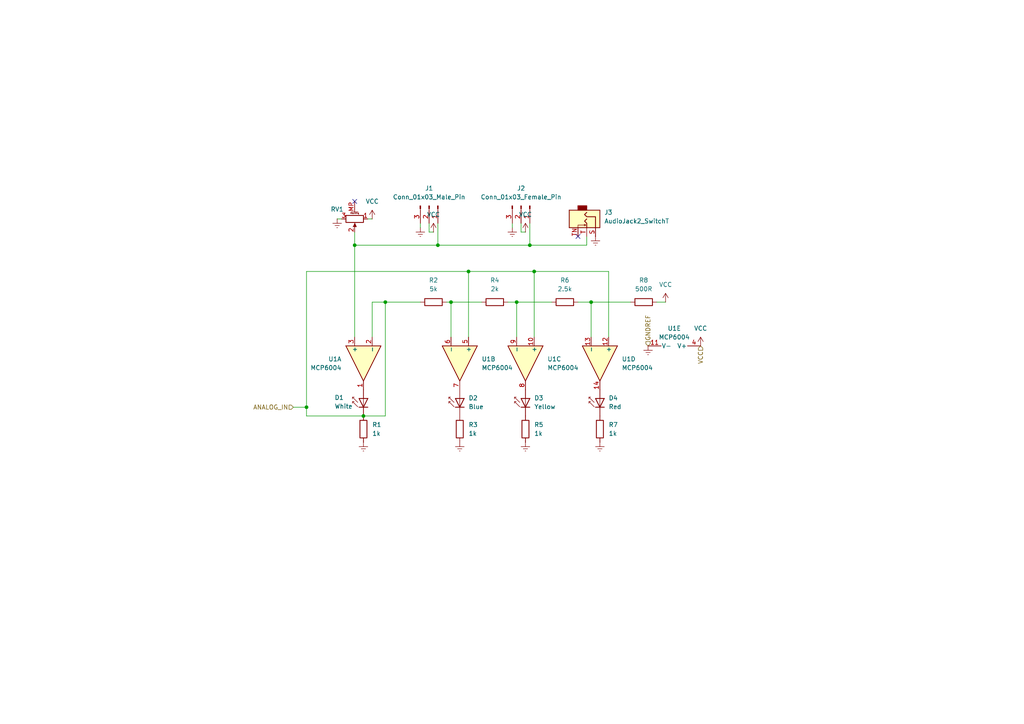
<source format=kicad_sch>
(kicad_sch
	(version 20231120)
	(generator "eeschema")
	(generator_version "8.0")
	(uuid "150b6f87-53bb-44d6-889a-48fbcb7c0f5a")
	(paper "A4")
	(lib_symbols
		(symbol "Amplifier_Operational:MCP6004"
			(pin_names
				(offset 0.127)
			)
			(exclude_from_sim no)
			(in_bom yes)
			(on_board yes)
			(property "Reference" "U"
				(at 0 5.08 0)
				(effects
					(font
						(size 1.27 1.27)
					)
					(justify left)
				)
			)
			(property "Value" "MCP6004"
				(at 0 -5.08 0)
				(effects
					(font
						(size 1.27 1.27)
					)
					(justify left)
				)
			)
			(property "Footprint" ""
				(at -1.27 2.54 0)
				(effects
					(font
						(size 1.27 1.27)
					)
					(hide yes)
				)
			)
			(property "Datasheet" "http://ww1.microchip.com/downloads/en/DeviceDoc/21733j.pdf"
				(at 1.27 5.08 0)
				(effects
					(font
						(size 1.27 1.27)
					)
					(hide yes)
				)
			)
			(property "Description" "1MHz, Low-Power Op Amp, DIP-14/SOIC-14/TSSOP-14"
				(at 0 0 0)
				(effects
					(font
						(size 1.27 1.27)
					)
					(hide yes)
				)
			)
			(property "ki_locked" ""
				(at 0 0 0)
				(effects
					(font
						(size 1.27 1.27)
					)
				)
			)
			(property "ki_keywords" "quad opamp"
				(at 0 0 0)
				(effects
					(font
						(size 1.27 1.27)
					)
					(hide yes)
				)
			)
			(property "ki_fp_filters" "SOIC*3.9x8.7mm*P1.27mm* DIP*W7.62mm* TSSOP*4.4x5mm*P0.65mm* SSOP*5.3x6.2mm*P0.65mm* MSOP*3x3mm*P0.5mm*"
				(at 0 0 0)
				(effects
					(font
						(size 1.27 1.27)
					)
					(hide yes)
				)
			)
			(symbol "MCP6004_1_1"
				(polyline
					(pts
						(xy -5.08 5.08) (xy 5.08 0) (xy -5.08 -5.08) (xy -5.08 5.08)
					)
					(stroke
						(width 0.254)
						(type default)
					)
					(fill
						(type background)
					)
				)
				(pin output line
					(at 7.62 0 180)
					(length 2.54)
					(name "~"
						(effects
							(font
								(size 1.27 1.27)
							)
						)
					)
					(number "1"
						(effects
							(font
								(size 1.27 1.27)
							)
						)
					)
				)
				(pin input line
					(at -7.62 -2.54 0)
					(length 2.54)
					(name "-"
						(effects
							(font
								(size 1.27 1.27)
							)
						)
					)
					(number "2"
						(effects
							(font
								(size 1.27 1.27)
							)
						)
					)
				)
				(pin input line
					(at -7.62 2.54 0)
					(length 2.54)
					(name "+"
						(effects
							(font
								(size 1.27 1.27)
							)
						)
					)
					(number "3"
						(effects
							(font
								(size 1.27 1.27)
							)
						)
					)
				)
			)
			(symbol "MCP6004_2_1"
				(polyline
					(pts
						(xy -5.08 5.08) (xy 5.08 0) (xy -5.08 -5.08) (xy -5.08 5.08)
					)
					(stroke
						(width 0.254)
						(type default)
					)
					(fill
						(type background)
					)
				)
				(pin input line
					(at -7.62 2.54 0)
					(length 2.54)
					(name "+"
						(effects
							(font
								(size 1.27 1.27)
							)
						)
					)
					(number "5"
						(effects
							(font
								(size 1.27 1.27)
							)
						)
					)
				)
				(pin input line
					(at -7.62 -2.54 0)
					(length 2.54)
					(name "-"
						(effects
							(font
								(size 1.27 1.27)
							)
						)
					)
					(number "6"
						(effects
							(font
								(size 1.27 1.27)
							)
						)
					)
				)
				(pin output line
					(at 7.62 0 180)
					(length 2.54)
					(name "~"
						(effects
							(font
								(size 1.27 1.27)
							)
						)
					)
					(number "7"
						(effects
							(font
								(size 1.27 1.27)
							)
						)
					)
				)
			)
			(symbol "MCP6004_3_1"
				(polyline
					(pts
						(xy -5.08 5.08) (xy 5.08 0) (xy -5.08 -5.08) (xy -5.08 5.08)
					)
					(stroke
						(width 0.254)
						(type default)
					)
					(fill
						(type background)
					)
				)
				(pin input line
					(at -7.62 2.54 0)
					(length 2.54)
					(name "+"
						(effects
							(font
								(size 1.27 1.27)
							)
						)
					)
					(number "10"
						(effects
							(font
								(size 1.27 1.27)
							)
						)
					)
				)
				(pin output line
					(at 7.62 0 180)
					(length 2.54)
					(name "~"
						(effects
							(font
								(size 1.27 1.27)
							)
						)
					)
					(number "8"
						(effects
							(font
								(size 1.27 1.27)
							)
						)
					)
				)
				(pin input line
					(at -7.62 -2.54 0)
					(length 2.54)
					(name "-"
						(effects
							(font
								(size 1.27 1.27)
							)
						)
					)
					(number "9"
						(effects
							(font
								(size 1.27 1.27)
							)
						)
					)
				)
			)
			(symbol "MCP6004_4_1"
				(polyline
					(pts
						(xy -5.08 5.08) (xy 5.08 0) (xy -5.08 -5.08) (xy -5.08 5.08)
					)
					(stroke
						(width 0.254)
						(type default)
					)
					(fill
						(type background)
					)
				)
				(pin input line
					(at -7.62 2.54 0)
					(length 2.54)
					(name "+"
						(effects
							(font
								(size 1.27 1.27)
							)
						)
					)
					(number "12"
						(effects
							(font
								(size 1.27 1.27)
							)
						)
					)
				)
				(pin input line
					(at -7.62 -2.54 0)
					(length 2.54)
					(name "-"
						(effects
							(font
								(size 1.27 1.27)
							)
						)
					)
					(number "13"
						(effects
							(font
								(size 1.27 1.27)
							)
						)
					)
				)
				(pin output line
					(at 7.62 0 180)
					(length 2.54)
					(name "~"
						(effects
							(font
								(size 1.27 1.27)
							)
						)
					)
					(number "14"
						(effects
							(font
								(size 1.27 1.27)
							)
						)
					)
				)
			)
			(symbol "MCP6004_5_1"
				(pin power_in line
					(at -2.54 -7.62 90)
					(length 3.81)
					(name "V-"
						(effects
							(font
								(size 1.27 1.27)
							)
						)
					)
					(number "11"
						(effects
							(font
								(size 1.27 1.27)
							)
						)
					)
				)
				(pin power_in line
					(at -2.54 7.62 270)
					(length 3.81)
					(name "V+"
						(effects
							(font
								(size 1.27 1.27)
							)
						)
					)
					(number "4"
						(effects
							(font
								(size 1.27 1.27)
							)
						)
					)
				)
			)
		)
		(symbol "Connector:Conn_01x03_Pin"
			(pin_names
				(offset 1.016) hide)
			(exclude_from_sim no)
			(in_bom yes)
			(on_board yes)
			(property "Reference" "J"
				(at 0 5.08 0)
				(effects
					(font
						(size 1.27 1.27)
					)
				)
			)
			(property "Value" "Conn_01x03_Pin"
				(at 0 -5.08 0)
				(effects
					(font
						(size 1.27 1.27)
					)
				)
			)
			(property "Footprint" ""
				(at 0 0 0)
				(effects
					(font
						(size 1.27 1.27)
					)
					(hide yes)
				)
			)
			(property "Datasheet" "~"
				(at 0 0 0)
				(effects
					(font
						(size 1.27 1.27)
					)
					(hide yes)
				)
			)
			(property "Description" "Generic connector, single row, 01x03, script generated"
				(at 0 0 0)
				(effects
					(font
						(size 1.27 1.27)
					)
					(hide yes)
				)
			)
			(property "ki_locked" ""
				(at 0 0 0)
				(effects
					(font
						(size 1.27 1.27)
					)
				)
			)
			(property "ki_keywords" "connector"
				(at 0 0 0)
				(effects
					(font
						(size 1.27 1.27)
					)
					(hide yes)
				)
			)
			(property "ki_fp_filters" "Connector*:*_1x??_*"
				(at 0 0 0)
				(effects
					(font
						(size 1.27 1.27)
					)
					(hide yes)
				)
			)
			(symbol "Conn_01x03_Pin_1_1"
				(polyline
					(pts
						(xy 1.27 -2.54) (xy 0.8636 -2.54)
					)
					(stroke
						(width 0.1524)
						(type default)
					)
					(fill
						(type none)
					)
				)
				(polyline
					(pts
						(xy 1.27 0) (xy 0.8636 0)
					)
					(stroke
						(width 0.1524)
						(type default)
					)
					(fill
						(type none)
					)
				)
				(polyline
					(pts
						(xy 1.27 2.54) (xy 0.8636 2.54)
					)
					(stroke
						(width 0.1524)
						(type default)
					)
					(fill
						(type none)
					)
				)
				(rectangle
					(start 0.8636 -2.413)
					(end 0 -2.667)
					(stroke
						(width 0.1524)
						(type default)
					)
					(fill
						(type outline)
					)
				)
				(rectangle
					(start 0.8636 0.127)
					(end 0 -0.127)
					(stroke
						(width 0.1524)
						(type default)
					)
					(fill
						(type outline)
					)
				)
				(rectangle
					(start 0.8636 2.667)
					(end 0 2.413)
					(stroke
						(width 0.1524)
						(type default)
					)
					(fill
						(type outline)
					)
				)
				(pin passive line
					(at 5.08 2.54 180)
					(length 3.81)
					(name "Pin_1"
						(effects
							(font
								(size 1.27 1.27)
							)
						)
					)
					(number "1"
						(effects
							(font
								(size 1.27 1.27)
							)
						)
					)
				)
				(pin passive line
					(at 5.08 0 180)
					(length 3.81)
					(name "Pin_2"
						(effects
							(font
								(size 1.27 1.27)
							)
						)
					)
					(number "2"
						(effects
							(font
								(size 1.27 1.27)
							)
						)
					)
				)
				(pin passive line
					(at 5.08 -2.54 180)
					(length 3.81)
					(name "Pin_3"
						(effects
							(font
								(size 1.27 1.27)
							)
						)
					)
					(number "3"
						(effects
							(font
								(size 1.27 1.27)
							)
						)
					)
				)
			)
		)
		(symbol "Connector_Audio:AudioJack2_SwitchT"
			(exclude_from_sim no)
			(in_bom yes)
			(on_board yes)
			(property "Reference" "J"
				(at 0 8.89 0)
				(effects
					(font
						(size 1.27 1.27)
					)
				)
			)
			(property "Value" "AudioJack2_SwitchT"
				(at 0 6.35 0)
				(effects
					(font
						(size 1.27 1.27)
					)
				)
			)
			(property "Footprint" ""
				(at 0 0 0)
				(effects
					(font
						(size 1.27 1.27)
					)
					(hide yes)
				)
			)
			(property "Datasheet" "~"
				(at 0 0 0)
				(effects
					(font
						(size 1.27 1.27)
					)
					(hide yes)
				)
			)
			(property "Description" "Audio Jack, 2 Poles (Mono / TS), Switched T Pole (Normalling)"
				(at 0 0 0)
				(effects
					(font
						(size 1.27 1.27)
					)
					(hide yes)
				)
			)
			(property "ki_keywords" "audio jack receptacle mono headphones phone TS connector"
				(at 0 0 0)
				(effects
					(font
						(size 1.27 1.27)
					)
					(hide yes)
				)
			)
			(property "ki_fp_filters" "Jack*"
				(at 0 0 0)
				(effects
					(font
						(size 1.27 1.27)
					)
					(hide yes)
				)
			)
			(symbol "AudioJack2_SwitchT_0_1"
				(rectangle
					(start -2.54 0)
					(end -3.81 -2.54)
					(stroke
						(width 0.254)
						(type default)
					)
					(fill
						(type outline)
					)
				)
				(polyline
					(pts
						(xy 1.778 -0.254) (xy 2.032 -0.762)
					)
					(stroke
						(width 0)
						(type default)
					)
					(fill
						(type none)
					)
				)
				(polyline
					(pts
						(xy 0 0) (xy 0.635 -0.635) (xy 1.27 0) (xy 2.54 0)
					)
					(stroke
						(width 0.254)
						(type default)
					)
					(fill
						(type none)
					)
				)
				(polyline
					(pts
						(xy 2.54 -2.54) (xy 1.778 -2.54) (xy 1.778 -0.254) (xy 1.524 -0.762)
					)
					(stroke
						(width 0)
						(type default)
					)
					(fill
						(type none)
					)
				)
				(polyline
					(pts
						(xy 2.54 2.54) (xy -0.635 2.54) (xy -0.635 0) (xy -1.27 -0.635) (xy -1.905 0)
					)
					(stroke
						(width 0.254)
						(type default)
					)
					(fill
						(type none)
					)
				)
				(rectangle
					(start 2.54 3.81)
					(end -2.54 -5.08)
					(stroke
						(width 0.254)
						(type default)
					)
					(fill
						(type background)
					)
				)
			)
			(symbol "AudioJack2_SwitchT_1_1"
				(pin passive line
					(at 5.08 2.54 180)
					(length 2.54)
					(name "~"
						(effects
							(font
								(size 1.27 1.27)
							)
						)
					)
					(number "S"
						(effects
							(font
								(size 1.27 1.27)
							)
						)
					)
				)
				(pin passive line
					(at 5.08 0 180)
					(length 2.54)
					(name "~"
						(effects
							(font
								(size 1.27 1.27)
							)
						)
					)
					(number "T"
						(effects
							(font
								(size 1.27 1.27)
							)
						)
					)
				)
				(pin passive line
					(at 5.08 -2.54 180)
					(length 2.54)
					(name "~"
						(effects
							(font
								(size 1.27 1.27)
							)
						)
					)
					(number "TN"
						(effects
							(font
								(size 1.27 1.27)
							)
						)
					)
				)
			)
		)
		(symbol "Device:R"
			(pin_numbers hide)
			(pin_names
				(offset 0)
			)
			(exclude_from_sim no)
			(in_bom yes)
			(on_board yes)
			(property "Reference" "R"
				(at 2.032 0 90)
				(effects
					(font
						(size 1.27 1.27)
					)
				)
			)
			(property "Value" "R"
				(at 0 0 90)
				(effects
					(font
						(size 1.27 1.27)
					)
				)
			)
			(property "Footprint" ""
				(at -1.778 0 90)
				(effects
					(font
						(size 1.27 1.27)
					)
					(hide yes)
				)
			)
			(property "Datasheet" "~"
				(at 0 0 0)
				(effects
					(font
						(size 1.27 1.27)
					)
					(hide yes)
				)
			)
			(property "Description" "Resistor"
				(at 0 0 0)
				(effects
					(font
						(size 1.27 1.27)
					)
					(hide yes)
				)
			)
			(property "ki_keywords" "R res resistor"
				(at 0 0 0)
				(effects
					(font
						(size 1.27 1.27)
					)
					(hide yes)
				)
			)
			(property "ki_fp_filters" "R_*"
				(at 0 0 0)
				(effects
					(font
						(size 1.27 1.27)
					)
					(hide yes)
				)
			)
			(symbol "R_0_1"
				(rectangle
					(start -1.016 -2.54)
					(end 1.016 2.54)
					(stroke
						(width 0.254)
						(type default)
					)
					(fill
						(type none)
					)
				)
			)
			(symbol "R_1_1"
				(pin passive line
					(at 0 3.81 270)
					(length 1.27)
					(name "~"
						(effects
							(font
								(size 1.27 1.27)
							)
						)
					)
					(number "1"
						(effects
							(font
								(size 1.27 1.27)
							)
						)
					)
				)
				(pin passive line
					(at 0 -3.81 90)
					(length 1.27)
					(name "~"
						(effects
							(font
								(size 1.27 1.27)
							)
						)
					)
					(number "2"
						(effects
							(font
								(size 1.27 1.27)
							)
						)
					)
				)
			)
		)
		(symbol "Device:R_Potentiometer_MountingPin"
			(pin_names
				(offset 1.016) hide)
			(exclude_from_sim no)
			(in_bom yes)
			(on_board yes)
			(property "Reference" "RV"
				(at -8.255 0 90)
				(effects
					(font
						(size 1.27 1.27)
					)
				)
			)
			(property "Value" "R_Potentiometer_MountingPin"
				(at -6.35 0 90)
				(effects
					(font
						(size 1.27 1.27)
					)
				)
			)
			(property "Footprint" ""
				(at 0 0 0)
				(effects
					(font
						(size 1.27 1.27)
					)
					(hide yes)
				)
			)
			(property "Datasheet" "~"
				(at 0 0 0)
				(effects
					(font
						(size 1.27 1.27)
					)
					(hide yes)
				)
			)
			(property "Description" "Potentiometer with a mounting pin"
				(at 0 0 0)
				(effects
					(font
						(size 1.27 1.27)
					)
					(hide yes)
				)
			)
			(property "ki_keywords" "resistor variable"
				(at 0 0 0)
				(effects
					(font
						(size 1.27 1.27)
					)
					(hide yes)
				)
			)
			(property "ki_fp_filters" "Potentiometer*"
				(at 0 0 0)
				(effects
					(font
						(size 1.27 1.27)
					)
					(hide yes)
				)
			)
			(symbol "R_Potentiometer_MountingPin_0_1"
				(polyline
					(pts
						(xy 2.54 0) (xy 1.524 0)
					)
					(stroke
						(width 0)
						(type default)
					)
					(fill
						(type none)
					)
				)
				(polyline
					(pts
						(xy 1.143 0) (xy 2.286 0.508) (xy 2.286 -0.508)
					)
					(stroke
						(width 0)
						(type default)
					)
					(fill
						(type outline)
					)
				)
				(rectangle
					(start 1.016 2.54)
					(end -1.016 -2.54)
					(stroke
						(width 0.254)
						(type default)
					)
					(fill
						(type none)
					)
				)
			)
			(symbol "R_Potentiometer_MountingPin_1_1"
				(polyline
					(pts
						(xy -2.032 1.016) (xy -2.032 -1.016)
					)
					(stroke
						(width 0.1524)
						(type default)
					)
					(fill
						(type none)
					)
				)
				(text "Mounting"
					(at -1.651 0 900)
					(effects
						(font
							(size 0.381 0.381)
						)
					)
				)
				(pin passive line
					(at 0 3.81 270)
					(length 1.27)
					(name "1"
						(effects
							(font
								(size 1.27 1.27)
							)
						)
					)
					(number "1"
						(effects
							(font
								(size 1.27 1.27)
							)
						)
					)
				)
				(pin passive line
					(at 3.81 0 180)
					(length 1.27)
					(name "2"
						(effects
							(font
								(size 1.27 1.27)
							)
						)
					)
					(number "2"
						(effects
							(font
								(size 1.27 1.27)
							)
						)
					)
				)
				(pin passive line
					(at 0 -3.81 90)
					(length 1.27)
					(name "3"
						(effects
							(font
								(size 1.27 1.27)
							)
						)
					)
					(number "3"
						(effects
							(font
								(size 1.27 1.27)
							)
						)
					)
				)
				(pin passive line
					(at -5.08 0 0)
					(length 3.048)
					(name "MountPin"
						(effects
							(font
								(size 1.27 1.27)
							)
						)
					)
					(number "MP"
						(effects
							(font
								(size 1.27 1.27)
							)
						)
					)
				)
			)
		)
		(symbol "LED:IRL81A"
			(pin_numbers hide)
			(pin_names
				(offset 1.016) hide)
			(exclude_from_sim no)
			(in_bom yes)
			(on_board yes)
			(property "Reference" "D"
				(at 0.508 1.778 0)
				(effects
					(font
						(size 1.27 1.27)
					)
					(justify left)
				)
			)
			(property "Value" "IRL81A"
				(at -1.016 -2.794 0)
				(effects
					(font
						(size 1.27 1.27)
					)
				)
			)
			(property "Footprint" "LED_THT:LED_SideEmitter_Rectangular_W4.5mm_H1.6mm"
				(at 0 4.445 0)
				(effects
					(font
						(size 1.27 1.27)
					)
					(hide yes)
				)
			)
			(property "Datasheet" "http://www.osram-os.com/Graphics/XPic0/00203825_0.pdf"
				(at -1.27 0 0)
				(effects
					(font
						(size 1.27 1.27)
					)
					(hide yes)
				)
			)
			(property "Description" "850nm High Power Infrared Emitter, Side-Emitter package"
				(at 0 0 0)
				(effects
					(font
						(size 1.27 1.27)
					)
					(hide yes)
				)
			)
			(property "ki_keywords" "IR LED"
				(at 0 0 0)
				(effects
					(font
						(size 1.27 1.27)
					)
					(hide yes)
				)
			)
			(property "ki_fp_filters" "LED*SideEmitter*Rectangular*W4.5mm*H1.6mm*"
				(at 0 0 0)
				(effects
					(font
						(size 1.27 1.27)
					)
					(hide yes)
				)
			)
			(symbol "IRL81A_0_1"
				(polyline
					(pts
						(xy -2.54 0) (xy 0 0)
					)
					(stroke
						(width 0)
						(type default)
					)
					(fill
						(type none)
					)
				)
				(polyline
					(pts
						(xy -2.54 1.27) (xy -2.54 -1.27)
					)
					(stroke
						(width 0.254)
						(type default)
					)
					(fill
						(type none)
					)
				)
				(polyline
					(pts
						(xy 0.381 3.175) (xy -0.127 3.175)
					)
					(stroke
						(width 0)
						(type default)
					)
					(fill
						(type none)
					)
				)
				(polyline
					(pts
						(xy -1.143 1.651) (xy 0.381 3.175) (xy 0.381 2.667)
					)
					(stroke
						(width 0)
						(type default)
					)
					(fill
						(type none)
					)
				)
				(polyline
					(pts
						(xy 0 -1.27) (xy 0 1.27) (xy -2.54 0) (xy 0 -1.27)
					)
					(stroke
						(width 0.254)
						(type default)
					)
					(fill
						(type none)
					)
				)
				(polyline
					(pts
						(xy -2.413 1.651) (xy -0.889 3.175) (xy -0.889 2.667) (xy -0.889 3.175) (xy -1.397 3.175)
					)
					(stroke
						(width 0)
						(type default)
					)
					(fill
						(type none)
					)
				)
			)
			(symbol "IRL81A_1_1"
				(pin passive line
					(at -5.08 0 0)
					(length 2.54)
					(name "K"
						(effects
							(font
								(size 1.27 1.27)
							)
						)
					)
					(number "1"
						(effects
							(font
								(size 1.27 1.27)
							)
						)
					)
				)
				(pin passive line
					(at 2.54 0 180)
					(length 2.54)
					(name "A"
						(effects
							(font
								(size 1.27 1.27)
							)
						)
					)
					(number "2"
						(effects
							(font
								(size 1.27 1.27)
							)
						)
					)
				)
			)
		)
		(symbol "power:GNDREF"
			(power)
			(pin_numbers hide)
			(pin_names
				(offset 0) hide)
			(exclude_from_sim no)
			(in_bom yes)
			(on_board yes)
			(property "Reference" "#PWR"
				(at 0 -6.35 0)
				(effects
					(font
						(size 1.27 1.27)
					)
					(hide yes)
				)
			)
			(property "Value" "GNDREF"
				(at 0 -3.81 0)
				(effects
					(font
						(size 1.27 1.27)
					)
				)
			)
			(property "Footprint" ""
				(at 0 0 0)
				(effects
					(font
						(size 1.27 1.27)
					)
					(hide yes)
				)
			)
			(property "Datasheet" ""
				(at 0 0 0)
				(effects
					(font
						(size 1.27 1.27)
					)
					(hide yes)
				)
			)
			(property "Description" "Power symbol creates a global label with name \"GNDREF\" , reference supply ground"
				(at 0 0 0)
				(effects
					(font
						(size 1.27 1.27)
					)
					(hide yes)
				)
			)
			(property "ki_keywords" "global power"
				(at 0 0 0)
				(effects
					(font
						(size 1.27 1.27)
					)
					(hide yes)
				)
			)
			(symbol "GNDREF_0_1"
				(polyline
					(pts
						(xy -0.635 -1.905) (xy 0.635 -1.905)
					)
					(stroke
						(width 0)
						(type default)
					)
					(fill
						(type none)
					)
				)
				(polyline
					(pts
						(xy -0.127 -2.54) (xy 0.127 -2.54)
					)
					(stroke
						(width 0)
						(type default)
					)
					(fill
						(type none)
					)
				)
				(polyline
					(pts
						(xy 0 -1.27) (xy 0 0)
					)
					(stroke
						(width 0)
						(type default)
					)
					(fill
						(type none)
					)
				)
				(polyline
					(pts
						(xy 1.27 -1.27) (xy -1.27 -1.27)
					)
					(stroke
						(width 0)
						(type default)
					)
					(fill
						(type none)
					)
				)
			)
			(symbol "GNDREF_1_1"
				(pin power_in line
					(at 0 0 270)
					(length 0)
					(name "~"
						(effects
							(font
								(size 1.27 1.27)
							)
						)
					)
					(number "1"
						(effects
							(font
								(size 1.27 1.27)
							)
						)
					)
				)
			)
		)
		(symbol "power:VCC"
			(power)
			(pin_numbers hide)
			(pin_names
				(offset 0) hide)
			(exclude_from_sim no)
			(in_bom yes)
			(on_board yes)
			(property "Reference" "#PWR"
				(at 0 -3.81 0)
				(effects
					(font
						(size 1.27 1.27)
					)
					(hide yes)
				)
			)
			(property "Value" "VCC"
				(at 0 3.556 0)
				(effects
					(font
						(size 1.27 1.27)
					)
				)
			)
			(property "Footprint" ""
				(at 0 0 0)
				(effects
					(font
						(size 1.27 1.27)
					)
					(hide yes)
				)
			)
			(property "Datasheet" ""
				(at 0 0 0)
				(effects
					(font
						(size 1.27 1.27)
					)
					(hide yes)
				)
			)
			(property "Description" "Power symbol creates a global label with name \"VCC\""
				(at 0 0 0)
				(effects
					(font
						(size 1.27 1.27)
					)
					(hide yes)
				)
			)
			(property "ki_keywords" "global power"
				(at 0 0 0)
				(effects
					(font
						(size 1.27 1.27)
					)
					(hide yes)
				)
			)
			(symbol "VCC_0_1"
				(polyline
					(pts
						(xy -0.762 1.27) (xy 0 2.54)
					)
					(stroke
						(width 0)
						(type default)
					)
					(fill
						(type none)
					)
				)
				(polyline
					(pts
						(xy 0 0) (xy 0 2.54)
					)
					(stroke
						(width 0)
						(type default)
					)
					(fill
						(type none)
					)
				)
				(polyline
					(pts
						(xy 0 2.54) (xy 0.762 1.27)
					)
					(stroke
						(width 0)
						(type default)
					)
					(fill
						(type none)
					)
				)
			)
			(symbol "VCC_1_1"
				(pin power_in line
					(at 0 0 90)
					(length 0)
					(name "~"
						(effects
							(font
								(size 1.27 1.27)
							)
						)
					)
					(number "1"
						(effects
							(font
								(size 1.27 1.27)
							)
						)
					)
				)
			)
		)
	)
	(junction
		(at 127 71.12)
		(diameter 0)
		(color 0 0 0 0)
		(uuid "00a55de8-ffe0-4101-a8e5-5076fa7d6ad6")
	)
	(junction
		(at 154.94 78.74)
		(diameter 0)
		(color 0 0 0 0)
		(uuid "00eb95ba-85ef-45fd-b312-43ca8ebbe833")
	)
	(junction
		(at 105.41 120.65)
		(diameter 0)
		(color 0 0 0 0)
		(uuid "0565e438-8c3d-4d49-930f-2ea6e0105770")
	)
	(junction
		(at 88.9 118.11)
		(diameter 0)
		(color 0 0 0 0)
		(uuid "10532b1b-0c42-4645-8e67-a8047cc3fa27")
	)
	(junction
		(at 102.87 71.12)
		(diameter 0)
		(color 0 0 0 0)
		(uuid "409dc8aa-192c-4cd1-a2cf-36987835e18f")
	)
	(junction
		(at 111.76 87.63)
		(diameter 0)
		(color 0 0 0 0)
		(uuid "430bdf21-dff3-466d-b287-ca664b76a1d4")
	)
	(junction
		(at 153.67 71.12)
		(diameter 0)
		(color 0 0 0 0)
		(uuid "5ec1b0b5-6705-40d6-97af-1fdb424dca0f")
	)
	(junction
		(at 135.89 78.74)
		(diameter 0)
		(color 0 0 0 0)
		(uuid "60134632-8dd6-4de3-89bd-7733b08baff7")
	)
	(junction
		(at 149.86 87.63)
		(diameter 0)
		(color 0 0 0 0)
		(uuid "6dd876aa-d8a9-49d3-b66d-a8b670eb67e1")
	)
	(junction
		(at 171.45 87.63)
		(diameter 0)
		(color 0 0 0 0)
		(uuid "6f6e43b9-3b02-4cbe-8f66-38d6aec17dfd")
	)
	(junction
		(at 130.81 87.63)
		(diameter 0)
		(color 0 0 0 0)
		(uuid "ea2f7213-9953-4ccf-a504-c36c7f7e8064")
	)
	(no_connect
		(at 102.87 58.42)
		(uuid "06fa585c-3dd4-4b23-b18a-213b61fe2ab4")
	)
	(no_connect
		(at 167.64 68.58)
		(uuid "6fc5f30e-adef-4b39-8e4d-75367bd5f028")
	)
	(wire
		(pts
			(xy 130.81 87.63) (xy 130.81 97.79)
		)
		(stroke
			(width 0)
			(type default)
		)
		(uuid "06e7ce26-1adf-43a0-973f-a43e5bba93b2")
	)
	(wire
		(pts
			(xy 124.46 64.77) (xy 124.46 67.31)
		)
		(stroke
			(width 0)
			(type default)
		)
		(uuid "15c4133d-81ec-426e-a974-3903c5371391")
	)
	(wire
		(pts
			(xy 127 71.12) (xy 153.67 71.12)
		)
		(stroke
			(width 0)
			(type default)
		)
		(uuid "19aad63e-3fab-499a-b32e-e51cb901a0f6")
	)
	(wire
		(pts
			(xy 129.54 87.63) (xy 130.81 87.63)
		)
		(stroke
			(width 0)
			(type default)
		)
		(uuid "1d5857cc-dea7-4af6-acc5-ade042f71660")
	)
	(wire
		(pts
			(xy 107.95 63.5) (xy 106.68 63.5)
		)
		(stroke
			(width 0)
			(type default)
		)
		(uuid "32137bdb-64d1-4771-aa6f-a4cf9cc776cd")
	)
	(wire
		(pts
			(xy 171.45 87.63) (xy 167.64 87.63)
		)
		(stroke
			(width 0)
			(type default)
		)
		(uuid "38a63e60-8606-4acc-9a8d-3b260f961ef8")
	)
	(wire
		(pts
			(xy 88.9 118.11) (xy 88.9 120.65)
		)
		(stroke
			(width 0)
			(type default)
		)
		(uuid "39469c08-5918-4d07-add0-57ed763fc182")
	)
	(wire
		(pts
			(xy 135.89 78.74) (xy 154.94 78.74)
		)
		(stroke
			(width 0)
			(type default)
		)
		(uuid "396915c1-a230-4a8a-ad1a-6c94478642cc")
	)
	(wire
		(pts
			(xy 154.94 78.74) (xy 176.53 78.74)
		)
		(stroke
			(width 0)
			(type default)
		)
		(uuid "3a821eea-0d98-4919-8d56-71fce97d6dd1")
	)
	(wire
		(pts
			(xy 85.09 118.11) (xy 88.9 118.11)
		)
		(stroke
			(width 0)
			(type default)
		)
		(uuid "430dc9ca-9171-48ad-8aa1-5a789395c0e2")
	)
	(wire
		(pts
			(xy 107.95 87.63) (xy 111.76 87.63)
		)
		(stroke
			(width 0)
			(type default)
		)
		(uuid "488322b7-fee5-40f7-b42b-c5bbd59d7ff6")
	)
	(wire
		(pts
			(xy 97.79 63.5) (xy 99.06 63.5)
		)
		(stroke
			(width 0)
			(type default)
		)
		(uuid "4ba22dc8-5a15-4a0d-b0f5-bcfb93b9cc12")
	)
	(wire
		(pts
			(xy 153.67 71.12) (xy 170.18 71.12)
		)
		(stroke
			(width 0)
			(type default)
		)
		(uuid "52551469-9749-417c-8bd0-87e453fd6fa1")
	)
	(wire
		(pts
			(xy 154.94 78.74) (xy 154.94 97.79)
		)
		(stroke
			(width 0)
			(type default)
		)
		(uuid "5adb92d3-ed2e-405d-a063-fda1935fd367")
	)
	(wire
		(pts
			(xy 182.88 87.63) (xy 171.45 87.63)
		)
		(stroke
			(width 0)
			(type default)
		)
		(uuid "5b293b0b-c20a-40fc-9fea-b75b3f65b30a")
	)
	(wire
		(pts
			(xy 152.4 67.31) (xy 151.13 67.31)
		)
		(stroke
			(width 0)
			(type default)
		)
		(uuid "5f94ec32-63fc-4f9b-aff6-53b0c263e16e")
	)
	(wire
		(pts
			(xy 125.73 67.31) (xy 124.46 67.31)
		)
		(stroke
			(width 0)
			(type default)
		)
		(uuid "630f881b-abac-4c99-be9a-a43534ac180d")
	)
	(wire
		(pts
			(xy 105.41 120.65) (xy 111.76 120.65)
		)
		(stroke
			(width 0)
			(type default)
		)
		(uuid "663899b2-f52c-4fd7-bfb8-aeca6853dd45")
	)
	(wire
		(pts
			(xy 107.95 87.63) (xy 107.95 97.79)
		)
		(stroke
			(width 0)
			(type default)
		)
		(uuid "71f4e942-2e4e-42f4-96c2-dd01a6118b40")
	)
	(wire
		(pts
			(xy 176.53 78.74) (xy 176.53 97.79)
		)
		(stroke
			(width 0)
			(type default)
		)
		(uuid "729238c2-c6f1-4693-bef2-8cd8db67445a")
	)
	(wire
		(pts
			(xy 88.9 78.74) (xy 88.9 118.11)
		)
		(stroke
			(width 0)
			(type default)
		)
		(uuid "75b25267-f346-4be2-8e8e-8de4da227be6")
	)
	(wire
		(pts
			(xy 147.32 87.63) (xy 149.86 87.63)
		)
		(stroke
			(width 0)
			(type default)
		)
		(uuid "76f6cfd2-f942-4296-a7f5-a76dbf291a14")
	)
	(wire
		(pts
			(xy 111.76 120.65) (xy 111.76 87.63)
		)
		(stroke
			(width 0)
			(type default)
		)
		(uuid "895eba07-9f16-4b69-b166-b2ce5abded0e")
	)
	(wire
		(pts
			(xy 149.86 87.63) (xy 160.02 87.63)
		)
		(stroke
			(width 0)
			(type default)
		)
		(uuid "8e9ce12a-7885-4a21-9ff4-19c6e2d6fa90")
	)
	(wire
		(pts
			(xy 193.04 87.63) (xy 190.5 87.63)
		)
		(stroke
			(width 0)
			(type default)
		)
		(uuid "97552782-7601-42f0-a7a9-e3b88272742b")
	)
	(wire
		(pts
			(xy 102.87 67.31) (xy 102.87 71.12)
		)
		(stroke
			(width 0)
			(type default)
		)
		(uuid "9e8834d6-7a72-4a71-84d2-c737bd9b76b8")
	)
	(wire
		(pts
			(xy 171.45 87.63) (xy 171.45 97.79)
		)
		(stroke
			(width 0)
			(type default)
		)
		(uuid "ae65f34b-d37d-4b02-88f6-37a0965a089d")
	)
	(wire
		(pts
			(xy 88.9 78.74) (xy 135.89 78.74)
		)
		(stroke
			(width 0)
			(type default)
		)
		(uuid "af7af6d3-5af5-46f4-97b6-5dfcb66f1555")
	)
	(wire
		(pts
			(xy 151.13 64.77) (xy 151.13 67.31)
		)
		(stroke
			(width 0)
			(type default)
		)
		(uuid "b06027f2-54f7-46b1-b50a-dccd046be2e1")
	)
	(wire
		(pts
			(xy 153.67 64.77) (xy 153.67 71.12)
		)
		(stroke
			(width 0)
			(type default)
		)
		(uuid "b222bc57-d5c9-4a5e-8352-ea784acb3868")
	)
	(wire
		(pts
			(xy 102.87 71.12) (xy 127 71.12)
		)
		(stroke
			(width 0)
			(type default)
		)
		(uuid "b5db8084-d4eb-4cab-9b22-a26f4b5dde73")
	)
	(wire
		(pts
			(xy 127 64.77) (xy 127 71.12)
		)
		(stroke
			(width 0)
			(type default)
		)
		(uuid "b86de7df-d80a-4a2a-9dd8-a23ea6d248f1")
	)
	(wire
		(pts
			(xy 149.86 87.63) (xy 149.86 97.79)
		)
		(stroke
			(width 0)
			(type default)
		)
		(uuid "b8a3ab38-18c0-45f2-adf4-d4d5cf70bbc7")
	)
	(wire
		(pts
			(xy 130.81 87.63) (xy 139.7 87.63)
		)
		(stroke
			(width 0)
			(type default)
		)
		(uuid "bf702585-9067-4f1a-a4d1-0632a0151c8f")
	)
	(wire
		(pts
			(xy 148.59 64.77) (xy 148.59 66.04)
		)
		(stroke
			(width 0)
			(type default)
		)
		(uuid "bf9f32d4-2529-4e91-95c4-22e8be1485b9")
	)
	(wire
		(pts
			(xy 170.18 71.12) (xy 170.18 68.58)
		)
		(stroke
			(width 0)
			(type default)
		)
		(uuid "c2f517b1-7cc9-4700-92b4-e6f1463e81b6")
	)
	(wire
		(pts
			(xy 111.76 87.63) (xy 121.92 87.63)
		)
		(stroke
			(width 0)
			(type default)
		)
		(uuid "d4cee8c0-f57f-44c5-9602-d5d278da43b2")
	)
	(wire
		(pts
			(xy 135.89 78.74) (xy 135.89 97.79)
		)
		(stroke
			(width 0)
			(type default)
		)
		(uuid "dde8f54a-6c9d-4d39-9fd5-d1d84f82dd4a")
	)
	(wire
		(pts
			(xy 121.92 64.77) (xy 121.92 66.04)
		)
		(stroke
			(width 0)
			(type default)
		)
		(uuid "de76fa45-6309-4a7a-8fad-524c117f048a")
	)
	(wire
		(pts
			(xy 102.87 71.12) (xy 102.87 97.79)
		)
		(stroke
			(width 0)
			(type default)
		)
		(uuid "e3d61149-98f0-4d64-a986-e0bf76514e44")
	)
	(wire
		(pts
			(xy 88.9 120.65) (xy 105.41 120.65)
		)
		(stroke
			(width 0)
			(type default)
		)
		(uuid "fda5f21e-f153-41dd-9eef-a877f737188d")
	)
	(hierarchical_label "GNDREF"
		(shape input)
		(at 187.96 100.33 90)
		(fields_autoplaced yes)
		(effects
			(font
				(size 1.27 1.27)
			)
			(justify left)
		)
		(uuid "0d4ea179-7370-4660-aeb0-752b2f423543")
	)
	(hierarchical_label "ANALOG_IN"
		(shape input)
		(at 85.09 118.11 180)
		(fields_autoplaced yes)
		(effects
			(font
				(size 1.27 1.27)
			)
			(justify right)
		)
		(uuid "11c5679b-f0a7-4037-ba31-6f432edbe6f1")
	)
	(hierarchical_label "VCC"
		(shape input)
		(at 203.2 100.33 270)
		(fields_autoplaced yes)
		(effects
			(font
				(size 1.27 1.27)
			)
			(justify right)
		)
		(uuid "47a0c84b-57b5-4bd7-959d-38ee9b4a1c69")
	)
	(symbol
		(lib_id "Connector:Conn_01x03_Pin")
		(at 151.13 59.69 270)
		(unit 1)
		(exclude_from_sim no)
		(in_bom yes)
		(on_board yes)
		(dnp no)
		(fields_autoplaced yes)
		(uuid "0e83eb56-040d-4cba-a808-ac2f4568cfac")
		(property "Reference" "J2"
			(at 151.13 54.61 90)
			(effects
				(font
					(size 1.27 1.27)
				)
			)
		)
		(property "Value" "Conn_01x03_Female_Pin"
			(at 151.13 57.15 90)
			(effects
				(font
					(size 1.27 1.27)
				)
			)
		)
		(property "Footprint" "Connector_PinSocket_2.54mm:PinSocket_1x03_P2.54mm_Vertical"
			(at 151.13 59.69 0)
			(effects
				(font
					(size 1.27 1.27)
				)
				(hide yes)
			)
		)
		(property "Datasheet" "~"
			(at 151.13 59.69 0)
			(effects
				(font
					(size 1.27 1.27)
				)
				(hide yes)
			)
		)
		(property "Description" "Generic connector, single row, 01x03, script generated"
			(at 151.13 59.69 0)
			(effects
				(font
					(size 1.27 1.27)
				)
				(hide yes)
			)
		)
		(pin "1"
			(uuid "c3f186d0-c9d9-490b-b1e9-042008a0a48e")
		)
		(pin "3"
			(uuid "35ebe33a-9498-4812-bcd3-87c0ea29a392")
		)
		(pin "2"
			(uuid "bb6cd497-8869-49b6-8456-8c1aa1fe4213")
		)
		(instances
			(project "Oblque Easel Full Circuit"
				(path "/28718c51-05fa-44bf-9e59-30883fb9ecef/f139377a-d7a4-4f83-81e4-8f98ca8ad38f"
					(reference "J2")
					(unit 1)
				)
				(path "/28718c51-05fa-44bf-9e59-30883fb9ecef/57e02da9-4257-4ca7-873b-16131b7a2160"
					(reference "J5")
					(unit 1)
				)
				(path "/28718c51-05fa-44bf-9e59-30883fb9ecef/b606fcb4-531c-4aac-8b9c-456946edc41a"
					(reference "J8")
					(unit 1)
				)
				(path "/28718c51-05fa-44bf-9e59-30883fb9ecef/10bc258e-81e1-44f3-990d-192650ef1d17"
					(reference "J11")
					(unit 1)
				)
				(path "/28718c51-05fa-44bf-9e59-30883fb9ecef/f541c48a-fb18-4fa4-aa45-9d69b2f53442"
					(reference "J14")
					(unit 1)
				)
				(path "/28718c51-05fa-44bf-9e59-30883fb9ecef/b5a2c36a-8809-438c-979e-3df70d5c3577"
					(reference "J17")
					(unit 1)
				)
				(path "/28718c51-05fa-44bf-9e59-30883fb9ecef/987e670c-6148-4b51-9cfd-5f14311b6128"
					(reference "J20")
					(unit 1)
				)
				(path "/28718c51-05fa-44bf-9e59-30883fb9ecef/7745d2af-7356-4abb-bb12-892bad795ddc"
					(reference "J23")
					(unit 1)
				)
			)
		)
	)
	(symbol
		(lib_id "Connector:Conn_01x03_Pin")
		(at 124.46 59.69 270)
		(unit 1)
		(exclude_from_sim no)
		(in_bom yes)
		(on_board yes)
		(dnp no)
		(fields_autoplaced yes)
		(uuid "18be2d9d-d35a-41c3-bf76-3c8737444938")
		(property "Reference" "J1"
			(at 124.46 54.61 90)
			(effects
				(font
					(size 1.27 1.27)
				)
			)
		)
		(property "Value" "Conn_01x03_Male_Pin"
			(at 124.46 57.15 90)
			(effects
				(font
					(size 1.27 1.27)
				)
			)
		)
		(property "Footprint" "Connector_PinHeader_2.54mm:PinHeader_1x03_P2.54mm_Vertical"
			(at 124.46 59.69 0)
			(effects
				(font
					(size 1.27 1.27)
				)
				(hide yes)
			)
		)
		(property "Datasheet" "~"
			(at 124.46 59.69 0)
			(effects
				(font
					(size 1.27 1.27)
				)
				(hide yes)
			)
		)
		(property "Description" "Generic connector, single row, 01x03, script generated"
			(at 124.46 59.69 0)
			(effects
				(font
					(size 1.27 1.27)
				)
				(hide yes)
			)
		)
		(pin "1"
			(uuid "621828b3-e9e1-4974-90fc-d92ef16f95eb")
		)
		(pin "3"
			(uuid "d35faf2d-bed0-4e40-8d8a-2f3366f5adcf")
		)
		(pin "2"
			(uuid "9f633f62-74c1-41f3-a427-5b648a529d6f")
		)
		(instances
			(project "Oblque Easel Full Circuit"
				(path "/28718c51-05fa-44bf-9e59-30883fb9ecef/f139377a-d7a4-4f83-81e4-8f98ca8ad38f"
					(reference "J1")
					(unit 1)
				)
				(path "/28718c51-05fa-44bf-9e59-30883fb9ecef/57e02da9-4257-4ca7-873b-16131b7a2160"
					(reference "J4")
					(unit 1)
				)
				(path "/28718c51-05fa-44bf-9e59-30883fb9ecef/b606fcb4-531c-4aac-8b9c-456946edc41a"
					(reference "J7")
					(unit 1)
				)
				(path "/28718c51-05fa-44bf-9e59-30883fb9ecef/10bc258e-81e1-44f3-990d-192650ef1d17"
					(reference "J10")
					(unit 1)
				)
				(path "/28718c51-05fa-44bf-9e59-30883fb9ecef/f541c48a-fb18-4fa4-aa45-9d69b2f53442"
					(reference "J13")
					(unit 1)
				)
				(path "/28718c51-05fa-44bf-9e59-30883fb9ecef/b5a2c36a-8809-438c-979e-3df70d5c3577"
					(reference "J16")
					(unit 1)
				)
				(path "/28718c51-05fa-44bf-9e59-30883fb9ecef/987e670c-6148-4b51-9cfd-5f14311b6128"
					(reference "J19")
					(unit 1)
				)
				(path "/28718c51-05fa-44bf-9e59-30883fb9ecef/7745d2af-7356-4abb-bb12-892bad795ddc"
					(reference "J22")
					(unit 1)
				)
			)
		)
	)
	(symbol
		(lib_id "power:GNDREF")
		(at 105.41 128.27 0)
		(unit 1)
		(exclude_from_sim no)
		(in_bom yes)
		(on_board yes)
		(dnp no)
		(fields_autoplaced yes)
		(uuid "19fe272d-920b-46ff-aad4-b17877125271")
		(property "Reference" "#PWR02"
			(at 105.41 134.62 0)
			(effects
				(font
					(size 1.27 1.27)
				)
				(hide yes)
			)
		)
		(property "Value" "GNDREF"
			(at 105.41 133.35 0)
			(effects
				(font
					(size 1.27 1.27)
				)
				(hide yes)
			)
		)
		(property "Footprint" ""
			(at 105.41 128.27 0)
			(effects
				(font
					(size 1.27 1.27)
				)
				(hide yes)
			)
		)
		(property "Datasheet" ""
			(at 105.41 128.27 0)
			(effects
				(font
					(size 1.27 1.27)
				)
				(hide yes)
			)
		)
		(property "Description" "Power symbol creates a global label with name \"GNDREF\" , reference supply ground"
			(at 105.41 128.27 0)
			(effects
				(font
					(size 1.27 1.27)
				)
				(hide yes)
			)
		)
		(pin "1"
			(uuid "5611d47f-b923-4594-9485-9a755ff692e7")
		)
		(instances
			(project "Oblque Easel Full Circuit"
				(path "/28718c51-05fa-44bf-9e59-30883fb9ecef/f139377a-d7a4-4f83-81e4-8f98ca8ad38f"
					(reference "#PWR02")
					(unit 1)
				)
				(path "/28718c51-05fa-44bf-9e59-30883fb9ecef/57e02da9-4257-4ca7-873b-16131b7a2160"
					(reference "#PWR016")
					(unit 1)
				)
				(path "/28718c51-05fa-44bf-9e59-30883fb9ecef/b606fcb4-531c-4aac-8b9c-456946edc41a"
					(reference "#PWR030")
					(unit 1)
				)
				(path "/28718c51-05fa-44bf-9e59-30883fb9ecef/10bc258e-81e1-44f3-990d-192650ef1d17"
					(reference "#PWR044")
					(unit 1)
				)
				(path "/28718c51-05fa-44bf-9e59-30883fb9ecef/f541c48a-fb18-4fa4-aa45-9d69b2f53442"
					(reference "#PWR058")
					(unit 1)
				)
				(path "/28718c51-05fa-44bf-9e59-30883fb9ecef/b5a2c36a-8809-438c-979e-3df70d5c3577"
					(reference "#PWR072")
					(unit 1)
				)
				(path "/28718c51-05fa-44bf-9e59-30883fb9ecef/987e670c-6148-4b51-9cfd-5f14311b6128"
					(reference "#PWR086")
					(unit 1)
				)
				(path "/28718c51-05fa-44bf-9e59-30883fb9ecef/7745d2af-7356-4abb-bb12-892bad795ddc"
					(reference "#PWR0100")
					(unit 1)
				)
			)
		)
	)
	(symbol
		(lib_id "power:GNDREF")
		(at 121.92 66.04 0)
		(unit 1)
		(exclude_from_sim no)
		(in_bom yes)
		(on_board yes)
		(dnp no)
		(fields_autoplaced yes)
		(uuid "1c4ea1d8-27d0-4dc1-8aaf-add1a0961792")
		(property "Reference" "#PWR04"
			(at 121.92 72.39 0)
			(effects
				(font
					(size 1.27 1.27)
				)
				(hide yes)
			)
		)
		(property "Value" "GNDREF"
			(at 121.92 71.12 0)
			(effects
				(font
					(size 1.27 1.27)
				)
				(hide yes)
			)
		)
		(property "Footprint" ""
			(at 121.92 66.04 0)
			(effects
				(font
					(size 1.27 1.27)
				)
				(hide yes)
			)
		)
		(property "Datasheet" ""
			(at 121.92 66.04 0)
			(effects
				(font
					(size 1.27 1.27)
				)
				(hide yes)
			)
		)
		(property "Description" "Power symbol creates a global label with name \"GNDREF\" , reference supply ground"
			(at 121.92 66.04 0)
			(effects
				(font
					(size 1.27 1.27)
				)
				(hide yes)
			)
		)
		(pin "1"
			(uuid "a220df53-edfd-4e51-90db-26238976e15d")
		)
		(instances
			(project "Oblque Easel Full Circuit"
				(path "/28718c51-05fa-44bf-9e59-30883fb9ecef/f139377a-d7a4-4f83-81e4-8f98ca8ad38f"
					(reference "#PWR04")
					(unit 1)
				)
				(path "/28718c51-05fa-44bf-9e59-30883fb9ecef/57e02da9-4257-4ca7-873b-16131b7a2160"
					(reference "#PWR018")
					(unit 1)
				)
				(path "/28718c51-05fa-44bf-9e59-30883fb9ecef/b606fcb4-531c-4aac-8b9c-456946edc41a"
					(reference "#PWR032")
					(unit 1)
				)
				(path "/28718c51-05fa-44bf-9e59-30883fb9ecef/10bc258e-81e1-44f3-990d-192650ef1d17"
					(reference "#PWR046")
					(unit 1)
				)
				(path "/28718c51-05fa-44bf-9e59-30883fb9ecef/f541c48a-fb18-4fa4-aa45-9d69b2f53442"
					(reference "#PWR060")
					(unit 1)
				)
				(path "/28718c51-05fa-44bf-9e59-30883fb9ecef/b5a2c36a-8809-438c-979e-3df70d5c3577"
					(reference "#PWR074")
					(unit 1)
				)
				(path "/28718c51-05fa-44bf-9e59-30883fb9ecef/987e670c-6148-4b51-9cfd-5f14311b6128"
					(reference "#PWR088")
					(unit 1)
				)
				(path "/28718c51-05fa-44bf-9e59-30883fb9ecef/7745d2af-7356-4abb-bb12-892bad795ddc"
					(reference "#PWR0102")
					(unit 1)
				)
			)
		)
	)
	(symbol
		(lib_id "power:GNDREF")
		(at 97.79 63.5 0)
		(unit 1)
		(exclude_from_sim no)
		(in_bom yes)
		(on_board yes)
		(dnp no)
		(fields_autoplaced yes)
		(uuid "1cce22b3-f8d7-4cc0-97c4-a3cf93e54c7c")
		(property "Reference" "#PWR01"
			(at 97.79 69.85 0)
			(effects
				(font
					(size 1.27 1.27)
				)
				(hide yes)
			)
		)
		(property "Value" "GNDREF"
			(at 97.79 68.58 0)
			(effects
				(font
					(size 1.27 1.27)
				)
				(hide yes)
			)
		)
		(property "Footprint" ""
			(at 97.79 63.5 0)
			(effects
				(font
					(size 1.27 1.27)
				)
				(hide yes)
			)
		)
		(property "Datasheet" ""
			(at 97.79 63.5 0)
			(effects
				(font
					(size 1.27 1.27)
				)
				(hide yes)
			)
		)
		(property "Description" "Power symbol creates a global label with name \"GNDREF\" , reference supply ground"
			(at 97.79 63.5 0)
			(effects
				(font
					(size 1.27 1.27)
				)
				(hide yes)
			)
		)
		(pin "1"
			(uuid "84516a43-acd2-430b-8e53-b4eb8d0ebb1b")
		)
		(instances
			(project "Oblque Easel Full Circuit"
				(path "/28718c51-05fa-44bf-9e59-30883fb9ecef/f139377a-d7a4-4f83-81e4-8f98ca8ad38f"
					(reference "#PWR01")
					(unit 1)
				)
				(path "/28718c51-05fa-44bf-9e59-30883fb9ecef/57e02da9-4257-4ca7-873b-16131b7a2160"
					(reference "#PWR015")
					(unit 1)
				)
				(path "/28718c51-05fa-44bf-9e59-30883fb9ecef/b606fcb4-531c-4aac-8b9c-456946edc41a"
					(reference "#PWR029")
					(unit 1)
				)
				(path "/28718c51-05fa-44bf-9e59-30883fb9ecef/10bc258e-81e1-44f3-990d-192650ef1d17"
					(reference "#PWR043")
					(unit 1)
				)
				(path "/28718c51-05fa-44bf-9e59-30883fb9ecef/f541c48a-fb18-4fa4-aa45-9d69b2f53442"
					(reference "#PWR057")
					(unit 1)
				)
				(path "/28718c51-05fa-44bf-9e59-30883fb9ecef/b5a2c36a-8809-438c-979e-3df70d5c3577"
					(reference "#PWR071")
					(unit 1)
				)
				(path "/28718c51-05fa-44bf-9e59-30883fb9ecef/987e670c-6148-4b51-9cfd-5f14311b6128"
					(reference "#PWR085")
					(unit 1)
				)
				(path "/28718c51-05fa-44bf-9e59-30883fb9ecef/7745d2af-7356-4abb-bb12-892bad795ddc"
					(reference "#PWR099")
					(unit 1)
				)
			)
		)
	)
	(symbol
		(lib_id "Device:R")
		(at 173.99 124.46 0)
		(unit 1)
		(exclude_from_sim no)
		(in_bom yes)
		(on_board yes)
		(dnp no)
		(fields_autoplaced yes)
		(uuid "1d6c1c9c-e9d8-4cd6-a129-d006fdd8745e")
		(property "Reference" "R7"
			(at 176.53 123.1899 0)
			(effects
				(font
					(size 1.27 1.27)
				)
				(justify left)
			)
		)
		(property "Value" "1k"
			(at 176.53 125.7299 0)
			(effects
				(font
					(size 1.27 1.27)
				)
				(justify left)
			)
		)
		(property "Footprint" "Resistor_THT:R_Axial_DIN0207_L6.3mm_D2.5mm_P2.54mm_Vertical"
			(at 172.212 124.46 90)
			(effects
				(font
					(size 1.27 1.27)
				)
				(hide yes)
			)
		)
		(property "Datasheet" "~"
			(at 173.99 124.46 0)
			(effects
				(font
					(size 1.27 1.27)
				)
				(hide yes)
			)
		)
		(property "Description" "Resistor"
			(at 173.99 124.46 0)
			(effects
				(font
					(size 1.27 1.27)
				)
				(hide yes)
			)
		)
		(pin "2"
			(uuid "023410fb-b311-484b-bf06-c375c624d390")
		)
		(pin "1"
			(uuid "3f8799eb-5340-4ccf-b93b-9e2a9d0d4f28")
		)
		(instances
			(project "Oblque Easel Full Circuit"
				(path "/28718c51-05fa-44bf-9e59-30883fb9ecef/f139377a-d7a4-4f83-81e4-8f98ca8ad38f"
					(reference "R7")
					(unit 1)
				)
				(path "/28718c51-05fa-44bf-9e59-30883fb9ecef/57e02da9-4257-4ca7-873b-16131b7a2160"
					(reference "R15")
					(unit 1)
				)
				(path "/28718c51-05fa-44bf-9e59-30883fb9ecef/b606fcb4-531c-4aac-8b9c-456946edc41a"
					(reference "R23")
					(unit 1)
				)
				(path "/28718c51-05fa-44bf-9e59-30883fb9ecef/10bc258e-81e1-44f3-990d-192650ef1d17"
					(reference "R31")
					(unit 1)
				)
				(path "/28718c51-05fa-44bf-9e59-30883fb9ecef/f541c48a-fb18-4fa4-aa45-9d69b2f53442"
					(reference "R39")
					(unit 1)
				)
				(path "/28718c51-05fa-44bf-9e59-30883fb9ecef/b5a2c36a-8809-438c-979e-3df70d5c3577"
					(reference "R47")
					(unit 1)
				)
				(path "/28718c51-05fa-44bf-9e59-30883fb9ecef/987e670c-6148-4b51-9cfd-5f14311b6128"
					(reference "R55")
					(unit 1)
				)
				(path "/28718c51-05fa-44bf-9e59-30883fb9ecef/7745d2af-7356-4abb-bb12-892bad795ddc"
					(reference "R63")
					(unit 1)
				)
			)
		)
	)
	(symbol
		(lib_id "Amplifier_Operational:MCP6004")
		(at 195.58 102.87 270)
		(unit 5)
		(exclude_from_sim no)
		(in_bom yes)
		(on_board yes)
		(dnp no)
		(uuid "2d9271f5-cfb8-460a-aa53-d0cbaa19571a")
		(property "Reference" "U1"
			(at 195.58 95.25 90)
			(effects
				(font
					(size 1.27 1.27)
				)
			)
		)
		(property "Value" "MCP6004"
			(at 195.58 97.79 90)
			(effects
				(font
					(size 1.27 1.27)
				)
			)
		)
		(property "Footprint" "Package_DIP:DIP-14_W7.62mm_Socket_LongPads"
			(at 198.12 101.6 0)
			(effects
				(font
					(size 1.27 1.27)
				)
				(hide yes)
			)
		)
		(property "Datasheet" "http://ww1.microchip.com/downloads/en/DeviceDoc/21733j.pdf"
			(at 200.66 104.14 0)
			(effects
				(font
					(size 1.27 1.27)
				)
				(hide yes)
			)
		)
		(property "Description" "1MHz, Low-Power Op Amp, DIP-14/SOIC-14/TSSOP-14"
			(at 195.58 102.87 0)
			(effects
				(font
					(size 1.27 1.27)
				)
				(hide yes)
			)
		)
		(pin "12"
			(uuid "f254ed05-7e13-4da4-aa5c-1ca73fb18029")
		)
		(pin "13"
			(uuid "c4e06576-089d-4e3d-88eb-b8c980e30440")
		)
		(pin "14"
			(uuid "d373c2f3-c49f-498d-b751-be2ac1874bc2")
		)
		(pin "11"
			(uuid "befb5bfc-4530-4ed6-b18e-1866f36f38c9")
		)
		(pin "4"
			(uuid "ed2f7d9c-2bec-4ba1-a57d-1868b1626c97")
		)
		(pin "7"
			(uuid "83c999c2-ade7-4224-9354-459c0f8dfd22")
		)
		(pin "10"
			(uuid "96e5858a-2080-4338-8478-06edec82127b")
		)
		(pin "8"
			(uuid "e61f2df4-91d8-424c-b272-b865207484c8")
		)
		(pin "9"
			(uuid "82ec49d2-41fc-493d-8960-2b4a58b90c87")
		)
		(pin "1"
			(uuid "89b92640-131c-43ed-9347-1df111a9a797")
		)
		(pin "5"
			(uuid "33eba7bf-458f-4f60-9117-9ff35f6f2f3c")
		)
		(pin "6"
			(uuid "8ad286c4-76d5-4875-8cb8-97e94d8898e1")
		)
		(pin "2"
			(uuid "e0275db2-404f-4974-b37e-77e30e806c46")
		)
		(pin "3"
			(uuid "b92846fa-0634-4d58-b21e-9b9e7d2d4bdc")
		)
		(instances
			(project "Oblque Easel Full Circuit"
				(path "/28718c51-05fa-44bf-9e59-30883fb9ecef/f139377a-d7a4-4f83-81e4-8f98ca8ad38f"
					(reference "U1")
					(unit 5)
				)
				(path "/28718c51-05fa-44bf-9e59-30883fb9ecef/57e02da9-4257-4ca7-873b-16131b7a2160"
					(reference "U2")
					(unit 5)
				)
				(path "/28718c51-05fa-44bf-9e59-30883fb9ecef/b606fcb4-531c-4aac-8b9c-456946edc41a"
					(reference "U3")
					(unit 5)
				)
				(path "/28718c51-05fa-44bf-9e59-30883fb9ecef/10bc258e-81e1-44f3-990d-192650ef1d17"
					(reference "U4")
					(unit 5)
				)
				(path "/28718c51-05fa-44bf-9e59-30883fb9ecef/f541c48a-fb18-4fa4-aa45-9d69b2f53442"
					(reference "U5")
					(unit 5)
				)
				(path "/28718c51-05fa-44bf-9e59-30883fb9ecef/b5a2c36a-8809-438c-979e-3df70d5c3577"
					(reference "U6")
					(unit 5)
				)
				(path "/28718c51-05fa-44bf-9e59-30883fb9ecef/987e670c-6148-4b51-9cfd-5f14311b6128"
					(reference "U7")
					(unit 5)
				)
				(path "/28718c51-05fa-44bf-9e59-30883fb9ecef/7745d2af-7356-4abb-bb12-892bad795ddc"
					(reference "U8")
					(unit 5)
				)
			)
		)
	)
	(symbol
		(lib_id "Amplifier_Operational:MCP6004")
		(at 105.41 105.41 90)
		(mirror x)
		(unit 1)
		(exclude_from_sim no)
		(in_bom yes)
		(on_board yes)
		(dnp no)
		(uuid "4e0123db-963c-463f-811f-e490eacc75e2")
		(property "Reference" "U1"
			(at 99.06 104.1399 90)
			(effects
				(font
					(size 1.27 1.27)
				)
				(justify left)
			)
		)
		(property "Value" "MCP6004"
			(at 99.06 106.6799 90)
			(effects
				(font
					(size 1.27 1.27)
				)
				(justify left)
			)
		)
		(property "Footprint" "Package_DIP:DIP-14_W7.62mm_Socket_LongPads"
			(at 102.87 104.14 0)
			(effects
				(font
					(size 1.27 1.27)
				)
				(hide yes)
			)
		)
		(property "Datasheet" "http://ww1.microchip.com/downloads/en/DeviceDoc/21733j.pdf"
			(at 100.33 106.68 0)
			(effects
				(font
					(size 1.27 1.27)
				)
				(hide yes)
			)
		)
		(property "Description" "1MHz, Low-Power Op Amp, DIP-14/SOIC-14/TSSOP-14"
			(at 105.41 105.41 0)
			(effects
				(font
					(size 1.27 1.27)
				)
				(hide yes)
			)
		)
		(pin "12"
			(uuid "f254ed05-7e13-4da4-aa5c-1ca73fb1802a")
		)
		(pin "13"
			(uuid "c4e06576-089d-4e3d-88eb-b8c980e30441")
		)
		(pin "14"
			(uuid "d373c2f3-c49f-498d-b751-be2ac1874bc3")
		)
		(pin "11"
			(uuid "a909ea57-1e4f-41fe-87b7-2ba9598ccb69")
		)
		(pin "4"
			(uuid "965d492a-e25e-4c56-a1c7-8e8c5b48f9bb")
		)
		(pin "7"
			(uuid "83c999c2-ade7-4224-9354-459c0f8dfd23")
		)
		(pin "10"
			(uuid "96e5858a-2080-4338-8478-06edec82127c")
		)
		(pin "8"
			(uuid "e61f2df4-91d8-424c-b272-b865207484c9")
		)
		(pin "9"
			(uuid "82ec49d2-41fc-493d-8960-2b4a58b90c88")
		)
		(pin "1"
			(uuid "07f60db9-d87c-4568-9746-4c392bfa2ac8")
		)
		(pin "5"
			(uuid "33eba7bf-458f-4f60-9117-9ff35f6f2f3d")
		)
		(pin "6"
			(uuid "8ad286c4-76d5-4875-8cb8-97e94d8898e2")
		)
		(pin "2"
			(uuid "bfe1d1a9-2b26-4b72-a1ef-9b0c45ec72ba")
		)
		(pin "3"
			(uuid "ca227184-0738-4c5b-bb85-6aa1753dfdd5")
		)
		(instances
			(project "Oblque Easel Full Circuit"
				(path "/28718c51-05fa-44bf-9e59-30883fb9ecef/f139377a-d7a4-4f83-81e4-8f98ca8ad38f"
					(reference "U1")
					(unit 1)
				)
				(path "/28718c51-05fa-44bf-9e59-30883fb9ecef/57e02da9-4257-4ca7-873b-16131b7a2160"
					(reference "U2")
					(unit 1)
				)
				(path "/28718c51-05fa-44bf-9e59-30883fb9ecef/b606fcb4-531c-4aac-8b9c-456946edc41a"
					(reference "U3")
					(unit 1)
				)
				(path "/28718c51-05fa-44bf-9e59-30883fb9ecef/10bc258e-81e1-44f3-990d-192650ef1d17"
					(reference "U4")
					(unit 1)
				)
				(path "/28718c51-05fa-44bf-9e59-30883fb9ecef/f541c48a-fb18-4fa4-aa45-9d69b2f53442"
					(reference "U5")
					(unit 1)
				)
				(path "/28718c51-05fa-44bf-9e59-30883fb9ecef/b5a2c36a-8809-438c-979e-3df70d5c3577"
					(reference "U6")
					(unit 1)
				)
				(path "/28718c51-05fa-44bf-9e59-30883fb9ecef/987e670c-6148-4b51-9cfd-5f14311b6128"
					(reference "U7")
					(unit 1)
				)
				(path "/28718c51-05fa-44bf-9e59-30883fb9ecef/7745d2af-7356-4abb-bb12-892bad795ddc"
					(reference "U8")
					(unit 1)
				)
			)
		)
	)
	(symbol
		(lib_id "power:VCC")
		(at 193.04 87.63 0)
		(unit 1)
		(exclude_from_sim no)
		(in_bom yes)
		(on_board yes)
		(dnp no)
		(fields_autoplaced yes)
		(uuid "598745ca-1bf2-4865-95a3-facfadc4ae56")
		(property "Reference" "#PWR013"
			(at 193.04 91.44 0)
			(effects
				(font
					(size 1.27 1.27)
				)
				(hide yes)
			)
		)
		(property "Value" "VCC"
			(at 193.04 82.55 0)
			(effects
				(font
					(size 1.27 1.27)
				)
			)
		)
		(property "Footprint" ""
			(at 193.04 87.63 0)
			(effects
				(font
					(size 1.27 1.27)
				)
				(hide yes)
			)
		)
		(property "Datasheet" ""
			(at 193.04 87.63 0)
			(effects
				(font
					(size 1.27 1.27)
				)
				(hide yes)
			)
		)
		(property "Description" "Power symbol creates a global label with name \"VCC\""
			(at 193.04 87.63 0)
			(effects
				(font
					(size 1.27 1.27)
				)
				(hide yes)
			)
		)
		(pin "1"
			(uuid "c043e645-c9a3-431c-ba54-8d1d70eb9ef6")
		)
		(instances
			(project "Oblque Easel Full Circuit"
				(path "/28718c51-05fa-44bf-9e59-30883fb9ecef/f139377a-d7a4-4f83-81e4-8f98ca8ad38f"
					(reference "#PWR013")
					(unit 1)
				)
				(path "/28718c51-05fa-44bf-9e59-30883fb9ecef/57e02da9-4257-4ca7-873b-16131b7a2160"
					(reference "#PWR027")
					(unit 1)
				)
				(path "/28718c51-05fa-44bf-9e59-30883fb9ecef/b606fcb4-531c-4aac-8b9c-456946edc41a"
					(reference "#PWR041")
					(unit 1)
				)
				(path "/28718c51-05fa-44bf-9e59-30883fb9ecef/10bc258e-81e1-44f3-990d-192650ef1d17"
					(reference "#PWR055")
					(unit 1)
				)
				(path "/28718c51-05fa-44bf-9e59-30883fb9ecef/f541c48a-fb18-4fa4-aa45-9d69b2f53442"
					(reference "#PWR069")
					(unit 1)
				)
				(path "/28718c51-05fa-44bf-9e59-30883fb9ecef/b5a2c36a-8809-438c-979e-3df70d5c3577"
					(reference "#PWR083")
					(unit 1)
				)
				(path "/28718c51-05fa-44bf-9e59-30883fb9ecef/987e670c-6148-4b51-9cfd-5f14311b6128"
					(reference "#PWR097")
					(unit 1)
				)
				(path "/28718c51-05fa-44bf-9e59-30883fb9ecef/7745d2af-7356-4abb-bb12-892bad795ddc"
					(reference "#PWR0111")
					(unit 1)
				)
			)
		)
	)
	(symbol
		(lib_id "power:GNDREF")
		(at 133.35 128.27 0)
		(unit 1)
		(exclude_from_sim no)
		(in_bom yes)
		(on_board yes)
		(dnp no)
		(fields_autoplaced yes)
		(uuid "5cab4377-d2c1-4684-91e3-e5d3767ef3ee")
		(property "Reference" "#PWR06"
			(at 133.35 134.62 0)
			(effects
				(font
					(size 1.27 1.27)
				)
				(hide yes)
			)
		)
		(property "Value" "GNDREF"
			(at 133.35 133.35 0)
			(effects
				(font
					(size 1.27 1.27)
				)
				(hide yes)
			)
		)
		(property "Footprint" ""
			(at 133.35 128.27 0)
			(effects
				(font
					(size 1.27 1.27)
				)
				(hide yes)
			)
		)
		(property "Datasheet" ""
			(at 133.35 128.27 0)
			(effects
				(font
					(size 1.27 1.27)
				)
				(hide yes)
			)
		)
		(property "Description" "Power symbol creates a global label with name \"GNDREF\" , reference supply ground"
			(at 133.35 128.27 0)
			(effects
				(font
					(size 1.27 1.27)
				)
				(hide yes)
			)
		)
		(pin "1"
			(uuid "7e25cce4-053c-4e3e-9bd7-c0dc8f442e23")
		)
		(instances
			(project "Oblque Easel Full Circuit"
				(path "/28718c51-05fa-44bf-9e59-30883fb9ecef/f139377a-d7a4-4f83-81e4-8f98ca8ad38f"
					(reference "#PWR06")
					(unit 1)
				)
				(path "/28718c51-05fa-44bf-9e59-30883fb9ecef/57e02da9-4257-4ca7-873b-16131b7a2160"
					(reference "#PWR020")
					(unit 1)
				)
				(path "/28718c51-05fa-44bf-9e59-30883fb9ecef/b606fcb4-531c-4aac-8b9c-456946edc41a"
					(reference "#PWR034")
					(unit 1)
				)
				(path "/28718c51-05fa-44bf-9e59-30883fb9ecef/10bc258e-81e1-44f3-990d-192650ef1d17"
					(reference "#PWR048")
					(unit 1)
				)
				(path "/28718c51-05fa-44bf-9e59-30883fb9ecef/f541c48a-fb18-4fa4-aa45-9d69b2f53442"
					(reference "#PWR062")
					(unit 1)
				)
				(path "/28718c51-05fa-44bf-9e59-30883fb9ecef/b5a2c36a-8809-438c-979e-3df70d5c3577"
					(reference "#PWR076")
					(unit 1)
				)
				(path "/28718c51-05fa-44bf-9e59-30883fb9ecef/987e670c-6148-4b51-9cfd-5f14311b6128"
					(reference "#PWR090")
					(unit 1)
				)
				(path "/28718c51-05fa-44bf-9e59-30883fb9ecef/7745d2af-7356-4abb-bb12-892bad795ddc"
					(reference "#PWR0104")
					(unit 1)
				)
			)
		)
	)
	(symbol
		(lib_id "Amplifier_Operational:MCP6004")
		(at 152.4 105.41 270)
		(unit 3)
		(exclude_from_sim no)
		(in_bom yes)
		(on_board yes)
		(dnp no)
		(fields_autoplaced yes)
		(uuid "5dd30d15-abdb-4310-b52b-f488e7825350")
		(property "Reference" "U1"
			(at 158.75 104.1399 90)
			(effects
				(font
					(size 1.27 1.27)
				)
				(justify left)
			)
		)
		(property "Value" "MCP6004"
			(at 158.75 106.6799 90)
			(effects
				(font
					(size 1.27 1.27)
				)
				(justify left)
			)
		)
		(property "Footprint" "Package_DIP:DIP-14_W7.62mm_Socket_LongPads"
			(at 154.94 104.14 0)
			(effects
				(font
					(size 1.27 1.27)
				)
				(hide yes)
			)
		)
		(property "Datasheet" "http://ww1.microchip.com/downloads/en/DeviceDoc/21733j.pdf"
			(at 157.48 106.68 0)
			(effects
				(font
					(size 1.27 1.27)
				)
				(hide yes)
			)
		)
		(property "Description" "1MHz, Low-Power Op Amp, DIP-14/SOIC-14/TSSOP-14"
			(at 152.4 105.41 0)
			(effects
				(font
					(size 1.27 1.27)
				)
				(hide yes)
			)
		)
		(pin "12"
			(uuid "f254ed05-7e13-4da4-aa5c-1ca73fb1802c")
		)
		(pin "13"
			(uuid "c4e06576-089d-4e3d-88eb-b8c980e30443")
		)
		(pin "14"
			(uuid "d373c2f3-c49f-498d-b751-be2ac1874bc5")
		)
		(pin "11"
			(uuid "a909ea57-1e4f-41fe-87b7-2ba9598ccb6b")
		)
		(pin "4"
			(uuid "965d492a-e25e-4c56-a1c7-8e8c5b48f9bd")
		)
		(pin "7"
			(uuid "83c999c2-ade7-4224-9354-459c0f8dfd25")
		)
		(pin "10"
			(uuid "6de47dcf-bf73-47ce-a577-193a04346f52")
		)
		(pin "8"
			(uuid "d1160d4c-bd10-4c7a-a98f-4cdcb4fe44ad")
		)
		(pin "9"
			(uuid "6019d7f8-1ed2-4506-8870-640be93ac6af")
		)
		(pin "1"
			(uuid "89b92640-131c-43ed-9347-1df111a9a79a")
		)
		(pin "5"
			(uuid "33eba7bf-458f-4f60-9117-9ff35f6f2f3f")
		)
		(pin "6"
			(uuid "8ad286c4-76d5-4875-8cb8-97e94d8898e4")
		)
		(pin "2"
			(uuid "e0275db2-404f-4974-b37e-77e30e806c49")
		)
		(pin "3"
			(uuid "b92846fa-0634-4d58-b21e-9b9e7d2d4bdf")
		)
		(instances
			(project "Oblque Easel Full Circuit"
				(path "/28718c51-05fa-44bf-9e59-30883fb9ecef/f139377a-d7a4-4f83-81e4-8f98ca8ad38f"
					(reference "U1")
					(unit 3)
				)
				(path "/28718c51-05fa-44bf-9e59-30883fb9ecef/57e02da9-4257-4ca7-873b-16131b7a2160"
					(reference "U2")
					(unit 3)
				)
				(path "/28718c51-05fa-44bf-9e59-30883fb9ecef/b606fcb4-531c-4aac-8b9c-456946edc41a"
					(reference "U3")
					(unit 3)
				)
				(path "/28718c51-05fa-44bf-9e59-30883fb9ecef/10bc258e-81e1-44f3-990d-192650ef1d17"
					(reference "U4")
					(unit 3)
				)
				(path "/28718c51-05fa-44bf-9e59-30883fb9ecef/f541c48a-fb18-4fa4-aa45-9d69b2f53442"
					(reference "U5")
					(unit 3)
				)
				(path "/28718c51-05fa-44bf-9e59-30883fb9ecef/b5a2c36a-8809-438c-979e-3df70d5c3577"
					(reference "U6")
					(unit 3)
				)
				(path "/28718c51-05fa-44bf-9e59-30883fb9ecef/987e670c-6148-4b51-9cfd-5f14311b6128"
					(reference "U7")
					(unit 3)
				)
				(path "/28718c51-05fa-44bf-9e59-30883fb9ecef/7745d2af-7356-4abb-bb12-892bad795ddc"
					(reference "U8")
					(unit 3)
				)
			)
		)
	)
	(symbol
		(lib_id "power:VCC")
		(at 152.4 67.31 0)
		(unit 1)
		(exclude_from_sim no)
		(in_bom yes)
		(on_board yes)
		(dnp no)
		(fields_autoplaced yes)
		(uuid "60cd4a73-a7bc-46e6-816d-02c12867828e")
		(property "Reference" "#PWR08"
			(at 152.4 71.12 0)
			(effects
				(font
					(size 1.27 1.27)
				)
				(hide yes)
			)
		)
		(property "Value" "VCC"
			(at 152.4 62.23 0)
			(effects
				(font
					(size 1.27 1.27)
				)
			)
		)
		(property "Footprint" ""
			(at 152.4 67.31 0)
			(effects
				(font
					(size 1.27 1.27)
				)
				(hide yes)
			)
		)
		(property "Datasheet" ""
			(at 152.4 67.31 0)
			(effects
				(font
					(size 1.27 1.27)
				)
				(hide yes)
			)
		)
		(property "Description" "Power symbol creates a global label with name \"VCC\""
			(at 152.4 67.31 0)
			(effects
				(font
					(size 1.27 1.27)
				)
				(hide yes)
			)
		)
		(pin "1"
			(uuid "97cd4810-9b11-452d-9c3c-d7175d7ce0b4")
		)
		(instances
			(project "Oblque Easel Full Circuit"
				(path "/28718c51-05fa-44bf-9e59-30883fb9ecef/f139377a-d7a4-4f83-81e4-8f98ca8ad38f"
					(reference "#PWR08")
					(unit 1)
				)
				(path "/28718c51-05fa-44bf-9e59-30883fb9ecef/57e02da9-4257-4ca7-873b-16131b7a2160"
					(reference "#PWR022")
					(unit 1)
				)
				(path "/28718c51-05fa-44bf-9e59-30883fb9ecef/b606fcb4-531c-4aac-8b9c-456946edc41a"
					(reference "#PWR036")
					(unit 1)
				)
				(path "/28718c51-05fa-44bf-9e59-30883fb9ecef/10bc258e-81e1-44f3-990d-192650ef1d17"
					(reference "#PWR050")
					(unit 1)
				)
				(path "/28718c51-05fa-44bf-9e59-30883fb9ecef/f541c48a-fb18-4fa4-aa45-9d69b2f53442"
					(reference "#PWR064")
					(unit 1)
				)
				(path "/28718c51-05fa-44bf-9e59-30883fb9ecef/b5a2c36a-8809-438c-979e-3df70d5c3577"
					(reference "#PWR078")
					(unit 1)
				)
				(path "/28718c51-05fa-44bf-9e59-30883fb9ecef/987e670c-6148-4b51-9cfd-5f14311b6128"
					(reference "#PWR092")
					(unit 1)
				)
				(path "/28718c51-05fa-44bf-9e59-30883fb9ecef/7745d2af-7356-4abb-bb12-892bad795ddc"
					(reference "#PWR0106")
					(unit 1)
				)
			)
		)
	)
	(symbol
		(lib_id "power:GNDREF")
		(at 172.72 68.58 0)
		(unit 1)
		(exclude_from_sim no)
		(in_bom yes)
		(on_board yes)
		(dnp no)
		(fields_autoplaced yes)
		(uuid "6bc13795-d479-4b83-96eb-0b8c4ab481bd")
		(property "Reference" "#PWR010"
			(at 172.72 74.93 0)
			(effects
				(font
					(size 1.27 1.27)
				)
				(hide yes)
			)
		)
		(property "Value" "GNDREF"
			(at 172.72 73.66 0)
			(effects
				(font
					(size 1.27 1.27)
				)
				(hide yes)
			)
		)
		(property "Footprint" ""
			(at 172.72 68.58 0)
			(effects
				(font
					(size 1.27 1.27)
				)
				(hide yes)
			)
		)
		(property "Datasheet" ""
			(at 172.72 68.58 0)
			(effects
				(font
					(size 1.27 1.27)
				)
				(hide yes)
			)
		)
		(property "Description" "Power symbol creates a global label with name \"GNDREF\" , reference supply ground"
			(at 172.72 68.58 0)
			(effects
				(font
					(size 1.27 1.27)
				)
				(hide yes)
			)
		)
		(pin "1"
			(uuid "6d83f2a8-45bb-4f55-b63d-3abc8f67a33e")
		)
		(instances
			(project "Oblque Easel Full Circuit"
				(path "/28718c51-05fa-44bf-9e59-30883fb9ecef/f139377a-d7a4-4f83-81e4-8f98ca8ad38f"
					(reference "#PWR010")
					(unit 1)
				)
				(path "/28718c51-05fa-44bf-9e59-30883fb9ecef/57e02da9-4257-4ca7-873b-16131b7a2160"
					(reference "#PWR024")
					(unit 1)
				)
				(path "/28718c51-05fa-44bf-9e59-30883fb9ecef/b606fcb4-531c-4aac-8b9c-456946edc41a"
					(reference "#PWR038")
					(unit 1)
				)
				(path "/28718c51-05fa-44bf-9e59-30883fb9ecef/10bc258e-81e1-44f3-990d-192650ef1d17"
					(reference "#PWR052")
					(unit 1)
				)
				(path "/28718c51-05fa-44bf-9e59-30883fb9ecef/f541c48a-fb18-4fa4-aa45-9d69b2f53442"
					(reference "#PWR066")
					(unit 1)
				)
				(path "/28718c51-05fa-44bf-9e59-30883fb9ecef/b5a2c36a-8809-438c-979e-3df70d5c3577"
					(reference "#PWR080")
					(unit 1)
				)
				(path "/28718c51-05fa-44bf-9e59-30883fb9ecef/987e670c-6148-4b51-9cfd-5f14311b6128"
					(reference "#PWR094")
					(unit 1)
				)
				(path "/28718c51-05fa-44bf-9e59-30883fb9ecef/7745d2af-7356-4abb-bb12-892bad795ddc"
					(reference "#PWR0108")
					(unit 1)
				)
			)
		)
	)
	(symbol
		(lib_id "power:VCC")
		(at 203.2 100.33 0)
		(unit 1)
		(exclude_from_sim no)
		(in_bom yes)
		(on_board yes)
		(dnp no)
		(fields_autoplaced yes)
		(uuid "7c7d02ae-b48f-4a6d-8203-ff73982f8871")
		(property "Reference" "#PWR014"
			(at 203.2 104.14 0)
			(effects
				(font
					(size 1.27 1.27)
				)
				(hide yes)
			)
		)
		(property "Value" "VCC"
			(at 203.2 95.25 0)
			(effects
				(font
					(size 1.27 1.27)
				)
			)
		)
		(property "Footprint" ""
			(at 203.2 100.33 0)
			(effects
				(font
					(size 1.27 1.27)
				)
				(hide yes)
			)
		)
		(property "Datasheet" ""
			(at 203.2 100.33 0)
			(effects
				(font
					(size 1.27 1.27)
				)
				(hide yes)
			)
		)
		(property "Description" "Power symbol creates a global label with name \"VCC\""
			(at 203.2 100.33 0)
			(effects
				(font
					(size 1.27 1.27)
				)
				(hide yes)
			)
		)
		(pin "1"
			(uuid "8cdd1149-e9ed-4937-8afa-5f2a58b7809d")
		)
		(instances
			(project "Oblque Easel Full Circuit"
				(path "/28718c51-05fa-44bf-9e59-30883fb9ecef/f139377a-d7a4-4f83-81e4-8f98ca8ad38f"
					(reference "#PWR014")
					(unit 1)
				)
				(path "/28718c51-05fa-44bf-9e59-30883fb9ecef/57e02da9-4257-4ca7-873b-16131b7a2160"
					(reference "#PWR028")
					(unit 1)
				)
				(path "/28718c51-05fa-44bf-9e59-30883fb9ecef/b606fcb4-531c-4aac-8b9c-456946edc41a"
					(reference "#PWR042")
					(unit 1)
				)
				(path "/28718c51-05fa-44bf-9e59-30883fb9ecef/10bc258e-81e1-44f3-990d-192650ef1d17"
					(reference "#PWR056")
					(unit 1)
				)
				(path "/28718c51-05fa-44bf-9e59-30883fb9ecef/f541c48a-fb18-4fa4-aa45-9d69b2f53442"
					(reference "#PWR070")
					(unit 1)
				)
				(path "/28718c51-05fa-44bf-9e59-30883fb9ecef/b5a2c36a-8809-438c-979e-3df70d5c3577"
					(reference "#PWR084")
					(unit 1)
				)
				(path "/28718c51-05fa-44bf-9e59-30883fb9ecef/987e670c-6148-4b51-9cfd-5f14311b6128"
					(reference "#PWR098")
					(unit 1)
				)
				(path "/28718c51-05fa-44bf-9e59-30883fb9ecef/7745d2af-7356-4abb-bb12-892bad795ddc"
					(reference "#PWR0112")
					(unit 1)
				)
			)
		)
	)
	(symbol
		(lib_id "Amplifier_Operational:MCP6004")
		(at 133.35 105.41 270)
		(unit 2)
		(exclude_from_sim no)
		(in_bom yes)
		(on_board yes)
		(dnp no)
		(fields_autoplaced yes)
		(uuid "82844d7c-374a-4a82-80ed-b4d0851fc260")
		(property "Reference" "U1"
			(at 139.7 104.1399 90)
			(effects
				(font
					(size 1.27 1.27)
				)
				(justify left)
			)
		)
		(property "Value" "MCP6004"
			(at 139.7 106.6799 90)
			(effects
				(font
					(size 1.27 1.27)
				)
				(justify left)
			)
		)
		(property "Footprint" "Package_DIP:DIP-14_W7.62mm_Socket_LongPads"
			(at 135.89 104.14 0)
			(effects
				(font
					(size 1.27 1.27)
				)
				(hide yes)
			)
		)
		(property "Datasheet" "http://ww1.microchip.com/downloads/en/DeviceDoc/21733j.pdf"
			(at 138.43 106.68 0)
			(effects
				(font
					(size 1.27 1.27)
				)
				(hide yes)
			)
		)
		(property "Description" "1MHz, Low-Power Op Amp, DIP-14/SOIC-14/TSSOP-14"
			(at 133.35 105.41 0)
			(effects
				(font
					(size 1.27 1.27)
				)
				(hide yes)
			)
		)
		(pin "12"
			(uuid "f254ed05-7e13-4da4-aa5c-1ca73fb1802b")
		)
		(pin "13"
			(uuid "c4e06576-089d-4e3d-88eb-b8c980e30442")
		)
		(pin "14"
			(uuid "d373c2f3-c49f-498d-b751-be2ac1874bc4")
		)
		(pin "11"
			(uuid "a909ea57-1e4f-41fe-87b7-2ba9598ccb6a")
		)
		(pin "4"
			(uuid "965d492a-e25e-4c56-a1c7-8e8c5b48f9bc")
		)
		(pin "7"
			(uuid "fc380f46-49ee-4b77-84dc-2a71b3a21426")
		)
		(pin "10"
			(uuid "96e5858a-2080-4338-8478-06edec82127d")
		)
		(pin "8"
			(uuid "e61f2df4-91d8-424c-b272-b865207484ca")
		)
		(pin "9"
			(uuid "82ec49d2-41fc-493d-8960-2b4a58b90c89")
		)
		(pin "1"
			(uuid "89b92640-131c-43ed-9347-1df111a9a799")
		)
		(pin "5"
			(uuid "f549e33c-010f-4c20-a852-c6e9ca2ece63")
		)
		(pin "6"
			(uuid "a5c98830-2dc9-4202-b228-d714ced0a2d3")
		)
		(pin "2"
			(uuid "e0275db2-404f-4974-b37e-77e30e806c48")
		)
		(pin "3"
			(uuid "b92846fa-0634-4d58-b21e-9b9e7d2d4bde")
		)
		(instances
			(project "Oblque Easel Full Circuit"
				(path "/28718c51-05fa-44bf-9e59-30883fb9ecef/f139377a-d7a4-4f83-81e4-8f98ca8ad38f"
					(reference "U1")
					(unit 2)
				)
				(path "/28718c51-05fa-44bf-9e59-30883fb9ecef/57e02da9-4257-4ca7-873b-16131b7a2160"
					(reference "U2")
					(unit 2)
				)
				(path "/28718c51-05fa-44bf-9e59-30883fb9ecef/b606fcb4-531c-4aac-8b9c-456946edc41a"
					(reference "U3")
					(unit 2)
				)
				(path "/28718c51-05fa-44bf-9e59-30883fb9ecef/10bc258e-81e1-44f3-990d-192650ef1d17"
					(reference "U4")
					(unit 2)
				)
				(path "/28718c51-05fa-44bf-9e59-30883fb9ecef/f541c48a-fb18-4fa4-aa45-9d69b2f53442"
					(reference "U5")
					(unit 2)
				)
				(path "/28718c51-05fa-44bf-9e59-30883fb9ecef/b5a2c36a-8809-438c-979e-3df70d5c3577"
					(reference "U6")
					(unit 2)
				)
				(path "/28718c51-05fa-44bf-9e59-30883fb9ecef/987e670c-6148-4b51-9cfd-5f14311b6128"
					(reference "U7")
					(unit 2)
				)
				(path "/28718c51-05fa-44bf-9e59-30883fb9ecef/7745d2af-7356-4abb-bb12-892bad795ddc"
					(reference "U8")
					(unit 2)
				)
			)
		)
	)
	(symbol
		(lib_id "power:GNDREF")
		(at 173.99 128.27 0)
		(unit 1)
		(exclude_from_sim no)
		(in_bom yes)
		(on_board yes)
		(dnp no)
		(fields_autoplaced yes)
		(uuid "868d8849-e13c-470c-9741-49bbf67bb602")
		(property "Reference" "#PWR011"
			(at 173.99 134.62 0)
			(effects
				(font
					(size 1.27 1.27)
				)
				(hide yes)
			)
		)
		(property "Value" "GNDREF"
			(at 173.99 133.35 0)
			(effects
				(font
					(size 1.27 1.27)
				)
				(hide yes)
			)
		)
		(property "Footprint" ""
			(at 173.99 128.27 0)
			(effects
				(font
					(size 1.27 1.27)
				)
				(hide yes)
			)
		)
		(property "Datasheet" ""
			(at 173.99 128.27 0)
			(effects
				(font
					(size 1.27 1.27)
				)
				(hide yes)
			)
		)
		(property "Description" "Power symbol creates a global label with name \"GNDREF\" , reference supply ground"
			(at 173.99 128.27 0)
			(effects
				(font
					(size 1.27 1.27)
				)
				(hide yes)
			)
		)
		(pin "1"
			(uuid "bba18ab1-6c61-4cdd-aea8-96d65760f12d")
		)
		(instances
			(project "Oblque Easel Full Circuit"
				(path "/28718c51-05fa-44bf-9e59-30883fb9ecef/f139377a-d7a4-4f83-81e4-8f98ca8ad38f"
					(reference "#PWR011")
					(unit 1)
				)
				(path "/28718c51-05fa-44bf-9e59-30883fb9ecef/57e02da9-4257-4ca7-873b-16131b7a2160"
					(reference "#PWR025")
					(unit 1)
				)
				(path "/28718c51-05fa-44bf-9e59-30883fb9ecef/b606fcb4-531c-4aac-8b9c-456946edc41a"
					(reference "#PWR039")
					(unit 1)
				)
				(path "/28718c51-05fa-44bf-9e59-30883fb9ecef/10bc258e-81e1-44f3-990d-192650ef1d17"
					(reference "#PWR053")
					(unit 1)
				)
				(path "/28718c51-05fa-44bf-9e59-30883fb9ecef/f541c48a-fb18-4fa4-aa45-9d69b2f53442"
					(reference "#PWR067")
					(unit 1)
				)
				(path "/28718c51-05fa-44bf-9e59-30883fb9ecef/b5a2c36a-8809-438c-979e-3df70d5c3577"
					(reference "#PWR081")
					(unit 1)
				)
				(path "/28718c51-05fa-44bf-9e59-30883fb9ecef/987e670c-6148-4b51-9cfd-5f14311b6128"
					(reference "#PWR095")
					(unit 1)
				)
				(path "/28718c51-05fa-44bf-9e59-30883fb9ecef/7745d2af-7356-4abb-bb12-892bad795ddc"
					(reference "#PWR0109")
					(unit 1)
				)
			)
		)
	)
	(symbol
		(lib_id "power:VCC")
		(at 107.95 63.5 0)
		(unit 1)
		(exclude_from_sim no)
		(in_bom yes)
		(on_board yes)
		(dnp no)
		(fields_autoplaced yes)
		(uuid "887b4b51-d0d7-4a8c-9b35-ba2790473627")
		(property "Reference" "#PWR03"
			(at 107.95 67.31 0)
			(effects
				(font
					(size 1.27 1.27)
				)
				(hide yes)
			)
		)
		(property "Value" "VCC"
			(at 107.95 58.42 0)
			(effects
				(font
					(size 1.27 1.27)
				)
			)
		)
		(property "Footprint" ""
			(at 107.95 63.5 0)
			(effects
				(font
					(size 1.27 1.27)
				)
				(hide yes)
			)
		)
		(property "Datasheet" ""
			(at 107.95 63.5 0)
			(effects
				(font
					(size 1.27 1.27)
				)
				(hide yes)
			)
		)
		(property "Description" "Power symbol creates a global label with name \"VCC\""
			(at 107.95 63.5 0)
			(effects
				(font
					(size 1.27 1.27)
				)
				(hide yes)
			)
		)
		(pin "1"
			(uuid "9c9940ac-d03a-4205-b908-e232ba814d00")
		)
		(instances
			(project "Oblque Easel Full Circuit"
				(path "/28718c51-05fa-44bf-9e59-30883fb9ecef/f139377a-d7a4-4f83-81e4-8f98ca8ad38f"
					(reference "#PWR03")
					(unit 1)
				)
				(path "/28718c51-05fa-44bf-9e59-30883fb9ecef/57e02da9-4257-4ca7-873b-16131b7a2160"
					(reference "#PWR017")
					(unit 1)
				)
				(path "/28718c51-05fa-44bf-9e59-30883fb9ecef/b606fcb4-531c-4aac-8b9c-456946edc41a"
					(reference "#PWR031")
					(unit 1)
				)
				(path "/28718c51-05fa-44bf-9e59-30883fb9ecef/10bc258e-81e1-44f3-990d-192650ef1d17"
					(reference "#PWR045")
					(unit 1)
				)
				(path "/28718c51-05fa-44bf-9e59-30883fb9ecef/f541c48a-fb18-4fa4-aa45-9d69b2f53442"
					(reference "#PWR059")
					(unit 1)
				)
				(path "/28718c51-05fa-44bf-9e59-30883fb9ecef/b5a2c36a-8809-438c-979e-3df70d5c3577"
					(reference "#PWR073")
					(unit 1)
				)
				(path "/28718c51-05fa-44bf-9e59-30883fb9ecef/987e670c-6148-4b51-9cfd-5f14311b6128"
					(reference "#PWR087")
					(unit 1)
				)
				(path "/28718c51-05fa-44bf-9e59-30883fb9ecef/7745d2af-7356-4abb-bb12-892bad795ddc"
					(reference "#PWR0101")
					(unit 1)
				)
			)
		)
	)
	(symbol
		(lib_id "LED:IRL81A")
		(at 133.35 115.57 90)
		(unit 1)
		(exclude_from_sim no)
		(in_bom yes)
		(on_board yes)
		(dnp no)
		(fields_autoplaced yes)
		(uuid "8cc81386-d6c6-4859-bcd1-9ac7da325fc4")
		(property "Reference" "D2"
			(at 135.89 115.4429 90)
			(effects
				(font
					(size 1.27 1.27)
				)
				(justify right)
			)
		)
		(property "Value" "Blue"
			(at 135.89 117.9829 90)
			(effects
				(font
					(size 1.27 1.27)
				)
				(justify right)
			)
		)
		(property "Footprint" "LED_THT:LED_SideEmitter_Rectangular_W4.5mm_H1.6mm"
			(at 128.905 115.57 0)
			(effects
				(font
					(size 1.27 1.27)
				)
				(hide yes)
			)
		)
		(property "Datasheet" "http://www.osram-os.com/Graphics/XPic0/00203825_0.pdf"
			(at 133.35 116.84 0)
			(effects
				(font
					(size 1.27 1.27)
				)
				(hide yes)
			)
		)
		(property "Description" "850nm High Power Infrared Emitter, Side-Emitter package"
			(at 133.35 115.57 0)
			(effects
				(font
					(size 1.27 1.27)
				)
				(hide yes)
			)
		)
		(pin "1"
			(uuid "4878498a-0ad8-4203-a5cf-a66001225cbd")
		)
		(pin "2"
			(uuid "4bfa128b-fdd1-469a-a692-082fe8b7b57f")
		)
		(instances
			(project "Oblque Easel Full Circuit"
				(path "/28718c51-05fa-44bf-9e59-30883fb9ecef/f139377a-d7a4-4f83-81e4-8f98ca8ad38f"
					(reference "D2")
					(unit 1)
				)
				(path "/28718c51-05fa-44bf-9e59-30883fb9ecef/57e02da9-4257-4ca7-873b-16131b7a2160"
					(reference "D6")
					(unit 1)
				)
				(path "/28718c51-05fa-44bf-9e59-30883fb9ecef/b606fcb4-531c-4aac-8b9c-456946edc41a"
					(reference "D10")
					(unit 1)
				)
				(path "/28718c51-05fa-44bf-9e59-30883fb9ecef/10bc258e-81e1-44f3-990d-192650ef1d17"
					(reference "D14")
					(unit 1)
				)
				(path "/28718c51-05fa-44bf-9e59-30883fb9ecef/f541c48a-fb18-4fa4-aa45-9d69b2f53442"
					(reference "D18")
					(unit 1)
				)
				(path "/28718c51-05fa-44bf-9e59-30883fb9ecef/b5a2c36a-8809-438c-979e-3df70d5c3577"
					(reference "D22")
					(unit 1)
				)
				(path "/28718c51-05fa-44bf-9e59-30883fb9ecef/987e670c-6148-4b51-9cfd-5f14311b6128"
					(reference "D26")
					(unit 1)
				)
				(path "/28718c51-05fa-44bf-9e59-30883fb9ecef/7745d2af-7356-4abb-bb12-892bad795ddc"
					(reference "D30")
					(unit 1)
				)
			)
		)
	)
	(symbol
		(lib_id "Device:R")
		(at 133.35 124.46 0)
		(unit 1)
		(exclude_from_sim no)
		(in_bom yes)
		(on_board yes)
		(dnp no)
		(fields_autoplaced yes)
		(uuid "9194382d-e000-4120-8a8f-75c66c94e87a")
		(property "Reference" "R3"
			(at 135.89 123.1899 0)
			(effects
				(font
					(size 1.27 1.27)
				)
				(justify left)
			)
		)
		(property "Value" "1k"
			(at 135.89 125.7299 0)
			(effects
				(font
					(size 1.27 1.27)
				)
				(justify left)
			)
		)
		(property "Footprint" "Resistor_THT:R_Axial_DIN0207_L6.3mm_D2.5mm_P2.54mm_Vertical"
			(at 131.572 124.46 90)
			(effects
				(font
					(size 1.27 1.27)
				)
				(hide yes)
			)
		)
		(property "Datasheet" "~"
			(at 133.35 124.46 0)
			(effects
				(font
					(size 1.27 1.27)
				)
				(hide yes)
			)
		)
		(property "Description" "Resistor"
			(at 133.35 124.46 0)
			(effects
				(font
					(size 1.27 1.27)
				)
				(hide yes)
			)
		)
		(pin "2"
			(uuid "3054d202-f9f5-42c9-a284-5cffcbcf04a4")
		)
		(pin "1"
			(uuid "ccd8d37d-d8ed-4800-9915-2cd75dd755eb")
		)
		(instances
			(project "Oblque Easel Full Circuit"
				(path "/28718c51-05fa-44bf-9e59-30883fb9ecef/f139377a-d7a4-4f83-81e4-8f98ca8ad38f"
					(reference "R3")
					(unit 1)
				)
				(path "/28718c51-05fa-44bf-9e59-30883fb9ecef/57e02da9-4257-4ca7-873b-16131b7a2160"
					(reference "R11")
					(unit 1)
				)
				(path "/28718c51-05fa-44bf-9e59-30883fb9ecef/b606fcb4-531c-4aac-8b9c-456946edc41a"
					(reference "R19")
					(unit 1)
				)
				(path "/28718c51-05fa-44bf-9e59-30883fb9ecef/10bc258e-81e1-44f3-990d-192650ef1d17"
					(reference "R27")
					(unit 1)
				)
				(path "/28718c51-05fa-44bf-9e59-30883fb9ecef/f541c48a-fb18-4fa4-aa45-9d69b2f53442"
					(reference "R35")
					(unit 1)
				)
				(path "/28718c51-05fa-44bf-9e59-30883fb9ecef/b5a2c36a-8809-438c-979e-3df70d5c3577"
					(reference "R43")
					(unit 1)
				)
				(path "/28718c51-05fa-44bf-9e59-30883fb9ecef/987e670c-6148-4b51-9cfd-5f14311b6128"
					(reference "R51")
					(unit 1)
				)
				(path "/28718c51-05fa-44bf-9e59-30883fb9ecef/7745d2af-7356-4abb-bb12-892bad795ddc"
					(reference "R59")
					(unit 1)
				)
			)
		)
	)
	(symbol
		(lib_id "Amplifier_Operational:MCP6004")
		(at 173.99 105.41 270)
		(unit 4)
		(exclude_from_sim no)
		(in_bom yes)
		(on_board yes)
		(dnp no)
		(fields_autoplaced yes)
		(uuid "94c41516-722d-4b42-aee4-b8da90aa14fa")
		(property "Reference" "U1"
			(at 180.34 104.1399 90)
			(effects
				(font
					(size 1.27 1.27)
				)
				(justify left)
			)
		)
		(property "Value" "MCP6004"
			(at 180.34 106.6799 90)
			(effects
				(font
					(size 1.27 1.27)
				)
				(justify left)
			)
		)
		(property "Footprint" "Package_DIP:DIP-14_W7.62mm_Socket_LongPads"
			(at 176.53 104.14 0)
			(effects
				(font
					(size 1.27 1.27)
				)
				(hide yes)
			)
		)
		(property "Datasheet" "http://ww1.microchip.com/downloads/en/DeviceDoc/21733j.pdf"
			(at 179.07 106.68 0)
			(effects
				(font
					(size 1.27 1.27)
				)
				(hide yes)
			)
		)
		(property "Description" "1MHz, Low-Power Op Amp, DIP-14/SOIC-14/TSSOP-14"
			(at 173.99 105.41 0)
			(effects
				(font
					(size 1.27 1.27)
				)
				(hide yes)
			)
		)
		(pin "12"
			(uuid "374da650-6e43-4c3c-9306-f695512bc1c5")
		)
		(pin "13"
			(uuid "b8daf2f5-31ce-4459-b6aa-480cedeabbbf")
		)
		(pin "14"
			(uuid "5cfd1cd4-d730-466d-9731-ed172158af88")
		)
		(pin "11"
			(uuid "a909ea57-1e4f-41fe-87b7-2ba9598ccb67")
		)
		(pin "4"
			(uuid "965d492a-e25e-4c56-a1c7-8e8c5b48f9b9")
		)
		(pin "7"
			(uuid "83c999c2-ade7-4224-9354-459c0f8dfd21")
		)
		(pin "10"
			(uuid "96e5858a-2080-4338-8478-06edec82127a")
		)
		(pin "8"
			(uuid "e61f2df4-91d8-424c-b272-b865207484c7")
		)
		(pin "9"
			(uuid "82ec49d2-41fc-493d-8960-2b4a58b90c86")
		)
		(pin "1"
			(uuid "89b92640-131c-43ed-9347-1df111a9a796")
		)
		(pin "5"
			(uuid "33eba7bf-458f-4f60-9117-9ff35f6f2f3b")
		)
		(pin "6"
			(uuid "8ad286c4-76d5-4875-8cb8-97e94d8898e0")
		)
		(pin "2"
			(uuid "e0275db2-404f-4974-b37e-77e30e806c45")
		)
		(pin "3"
			(uuid "b92846fa-0634-4d58-b21e-9b9e7d2d4bdb")
		)
		(instances
			(project "Oblque Easel Full Circuit"
				(path "/28718c51-05fa-44bf-9e59-30883fb9ecef/f139377a-d7a4-4f83-81e4-8f98ca8ad38f"
					(reference "U1")
					(unit 4)
				)
				(path "/28718c51-05fa-44bf-9e59-30883fb9ecef/57e02da9-4257-4ca7-873b-16131b7a2160"
					(reference "U2")
					(unit 4)
				)
				(path "/28718c51-05fa-44bf-9e59-30883fb9ecef/b606fcb4-531c-4aac-8b9c-456946edc41a"
					(reference "U3")
					(unit 4)
				)
				(path "/28718c51-05fa-44bf-9e59-30883fb9ecef/10bc258e-81e1-44f3-990d-192650ef1d17"
					(reference "U4")
					(unit 4)
				)
				(path "/28718c51-05fa-44bf-9e59-30883fb9ecef/f541c48a-fb18-4fa4-aa45-9d69b2f53442"
					(reference "U5")
					(unit 4)
				)
				(path "/28718c51-05fa-44bf-9e59-30883fb9ecef/b5a2c36a-8809-438c-979e-3df70d5c3577"
					(reference "U6")
					(unit 4)
				)
				(path "/28718c51-05fa-44bf-9e59-30883fb9ecef/987e670c-6148-4b51-9cfd-5f14311b6128"
					(reference "U7")
					(unit 4)
				)
				(path "/28718c51-05fa-44bf-9e59-30883fb9ecef/7745d2af-7356-4abb-bb12-892bad795ddc"
					(reference "U8")
					(unit 4)
				)
			)
		)
	)
	(symbol
		(lib_id "power:GNDREF")
		(at 187.96 100.33 0)
		(unit 1)
		(exclude_from_sim no)
		(in_bom yes)
		(on_board yes)
		(dnp no)
		(fields_autoplaced yes)
		(uuid "96d18cd2-5f4b-4196-8f49-b406a0c933ff")
		(property "Reference" "#PWR012"
			(at 187.96 106.68 0)
			(effects
				(font
					(size 1.27 1.27)
				)
				(hide yes)
			)
		)
		(property "Value" "GNDREF"
			(at 187.96 105.41 0)
			(effects
				(font
					(size 1.27 1.27)
				)
				(hide yes)
			)
		)
		(property "Footprint" ""
			(at 187.96 100.33 0)
			(effects
				(font
					(size 1.27 1.27)
				)
				(hide yes)
			)
		)
		(property "Datasheet" ""
			(at 187.96 100.33 0)
			(effects
				(font
					(size 1.27 1.27)
				)
				(hide yes)
			)
		)
		(property "Description" "Power symbol creates a global label with name \"GNDREF\" , reference supply ground"
			(at 187.96 100.33 0)
			(effects
				(font
					(size 1.27 1.27)
				)
				(hide yes)
			)
		)
		(pin "1"
			(uuid "37096e1b-0a03-4564-b0d5-169dc887ad11")
		)
		(instances
			(project "Oblque Easel Full Circuit"
				(path "/28718c51-05fa-44bf-9e59-30883fb9ecef/f139377a-d7a4-4f83-81e4-8f98ca8ad38f"
					(reference "#PWR012")
					(unit 1)
				)
				(path "/28718c51-05fa-44bf-9e59-30883fb9ecef/57e02da9-4257-4ca7-873b-16131b7a2160"
					(reference "#PWR026")
					(unit 1)
				)
				(path "/28718c51-05fa-44bf-9e59-30883fb9ecef/b606fcb4-531c-4aac-8b9c-456946edc41a"
					(reference "#PWR040")
					(unit 1)
				)
				(path "/28718c51-05fa-44bf-9e59-30883fb9ecef/10bc258e-81e1-44f3-990d-192650ef1d17"
					(reference "#PWR054")
					(unit 1)
				)
				(path "/28718c51-05fa-44bf-9e59-30883fb9ecef/f541c48a-fb18-4fa4-aa45-9d69b2f53442"
					(reference "#PWR068")
					(unit 1)
				)
				(path "/28718c51-05fa-44bf-9e59-30883fb9ecef/b5a2c36a-8809-438c-979e-3df70d5c3577"
					(reference "#PWR082")
					(unit 1)
				)
				(path "/28718c51-05fa-44bf-9e59-30883fb9ecef/987e670c-6148-4b51-9cfd-5f14311b6128"
					(reference "#PWR096")
					(unit 1)
				)
				(path "/28718c51-05fa-44bf-9e59-30883fb9ecef/7745d2af-7356-4abb-bb12-892bad795ddc"
					(reference "#PWR0110")
					(unit 1)
				)
			)
		)
	)
	(symbol
		(lib_id "Device:R")
		(at 125.73 87.63 90)
		(unit 1)
		(exclude_from_sim no)
		(in_bom yes)
		(on_board yes)
		(dnp no)
		(fields_autoplaced yes)
		(uuid "9c27c092-e841-4d87-86cc-0dc69401a956")
		(property "Reference" "R2"
			(at 125.73 81.28 90)
			(effects
				(font
					(size 1.27 1.27)
				)
			)
		)
		(property "Value" "5k"
			(at 125.73 83.82 90)
			(effects
				(font
					(size 1.27 1.27)
				)
			)
		)
		(property "Footprint" "Resistor_THT:R_Axial_DIN0207_L6.3mm_D2.5mm_P2.54mm_Vertical"
			(at 125.73 89.408 90)
			(effects
				(font
					(size 1.27 1.27)
				)
				(hide yes)
			)
		)
		(property "Datasheet" "~"
			(at 125.73 87.63 0)
			(effects
				(font
					(size 1.27 1.27)
				)
				(hide yes)
			)
		)
		(property "Description" "Resistor"
			(at 125.73 87.63 0)
			(effects
				(font
					(size 1.27 1.27)
				)
				(hide yes)
			)
		)
		(pin "2"
			(uuid "19e046c4-29c6-4134-829c-08bd7b13fb78")
		)
		(pin "1"
			(uuid "2dc5dd0e-b36c-468b-a2d6-ccf7208f48c7")
		)
		(instances
			(project "Oblque Easel Full Circuit"
				(path "/28718c51-05fa-44bf-9e59-30883fb9ecef/f139377a-d7a4-4f83-81e4-8f98ca8ad38f"
					(reference "R2")
					(unit 1)
				)
				(path "/28718c51-05fa-44bf-9e59-30883fb9ecef/57e02da9-4257-4ca7-873b-16131b7a2160"
					(reference "R10")
					(unit 1)
				)
				(path "/28718c51-05fa-44bf-9e59-30883fb9ecef/b606fcb4-531c-4aac-8b9c-456946edc41a"
					(reference "R18")
					(unit 1)
				)
				(path "/28718c51-05fa-44bf-9e59-30883fb9ecef/10bc258e-81e1-44f3-990d-192650ef1d17"
					(reference "R26")
					(unit 1)
				)
				(path "/28718c51-05fa-44bf-9e59-30883fb9ecef/f541c48a-fb18-4fa4-aa45-9d69b2f53442"
					(reference "R34")
					(unit 1)
				)
				(path "/28718c51-05fa-44bf-9e59-30883fb9ecef/b5a2c36a-8809-438c-979e-3df70d5c3577"
					(reference "R42")
					(unit 1)
				)
				(path "/28718c51-05fa-44bf-9e59-30883fb9ecef/987e670c-6148-4b51-9cfd-5f14311b6128"
					(reference "R50")
					(unit 1)
				)
				(path "/28718c51-05fa-44bf-9e59-30883fb9ecef/7745d2af-7356-4abb-bb12-892bad795ddc"
					(reference "R58")
					(unit 1)
				)
			)
		)
	)
	(symbol
		(lib_id "Device:R")
		(at 152.4 124.46 0)
		(unit 1)
		(exclude_from_sim no)
		(in_bom yes)
		(on_board yes)
		(dnp no)
		(fields_autoplaced yes)
		(uuid "a5632f61-90b7-4dfd-afca-bff2a7867693")
		(property "Reference" "R5"
			(at 154.94 123.1899 0)
			(effects
				(font
					(size 1.27 1.27)
				)
				(justify left)
			)
		)
		(property "Value" "1k"
			(at 154.94 125.7299 0)
			(effects
				(font
					(size 1.27 1.27)
				)
				(justify left)
			)
		)
		(property "Footprint" "Resistor_THT:R_Axial_DIN0207_L6.3mm_D2.5mm_P2.54mm_Vertical"
			(at 150.622 124.46 90)
			(effects
				(font
					(size 1.27 1.27)
				)
				(hide yes)
			)
		)
		(property "Datasheet" "~"
			(at 152.4 124.46 0)
			(effects
				(font
					(size 1.27 1.27)
				)
				(hide yes)
			)
		)
		(property "Description" "Resistor"
			(at 152.4 124.46 0)
			(effects
				(font
					(size 1.27 1.27)
				)
				(hide yes)
			)
		)
		(pin "2"
			(uuid "e75cd05e-d4d4-4175-b126-3b82b6559e04")
		)
		(pin "1"
			(uuid "1f64d2ca-68a0-499e-9387-c57d12fd71be")
		)
		(instances
			(project "Oblque Easel Full Circuit"
				(path "/28718c51-05fa-44bf-9e59-30883fb9ecef/f139377a-d7a4-4f83-81e4-8f98ca8ad38f"
					(reference "R5")
					(unit 1)
				)
				(path "/28718c51-05fa-44bf-9e59-30883fb9ecef/57e02da9-4257-4ca7-873b-16131b7a2160"
					(reference "R13")
					(unit 1)
				)
				(path "/28718c51-05fa-44bf-9e59-30883fb9ecef/b606fcb4-531c-4aac-8b9c-456946edc41a"
					(reference "R21")
					(unit 1)
				)
				(path "/28718c51-05fa-44bf-9e59-30883fb9ecef/10bc258e-81e1-44f3-990d-192650ef1d17"
					(reference "R29")
					(unit 1)
				)
				(path "/28718c51-05fa-44bf-9e59-30883fb9ecef/f541c48a-fb18-4fa4-aa45-9d69b2f53442"
					(reference "R37")
					(unit 1)
				)
				(path "/28718c51-05fa-44bf-9e59-30883fb9ecef/b5a2c36a-8809-438c-979e-3df70d5c3577"
					(reference "R45")
					(unit 1)
				)
				(path "/28718c51-05fa-44bf-9e59-30883fb9ecef/987e670c-6148-4b51-9cfd-5f14311b6128"
					(reference "R53")
					(unit 1)
				)
				(path "/28718c51-05fa-44bf-9e59-30883fb9ecef/7745d2af-7356-4abb-bb12-892bad795ddc"
					(reference "R61")
					(unit 1)
				)
			)
		)
	)
	(symbol
		(lib_id "LED:IRL81A")
		(at 105.41 115.57 90)
		(unit 1)
		(exclude_from_sim no)
		(in_bom yes)
		(on_board yes)
		(dnp no)
		(uuid "b710dd5b-af29-4b82-9e5c-8b21825a2456")
		(property "Reference" "D1"
			(at 97.028 115.316 90)
			(effects
				(font
					(size 1.27 1.27)
				)
				(justify right)
			)
		)
		(property "Value" "White"
			(at 97.028 117.856 90)
			(effects
				(font
					(size 1.27 1.27)
				)
				(justify right)
			)
		)
		(property "Footprint" "LED_THT:LED_SideEmitter_Rectangular_W4.5mm_H1.6mm"
			(at 100.965 115.57 0)
			(effects
				(font
					(size 1.27 1.27)
				)
				(hide yes)
			)
		)
		(property "Datasheet" "http://www.osram-os.com/Graphics/XPic0/00203825_0.pdf"
			(at 105.41 116.84 0)
			(effects
				(font
					(size 1.27 1.27)
				)
				(hide yes)
			)
		)
		(property "Description" "850nm High Power Infrared Emitter, Side-Emitter package"
			(at 105.41 115.57 0)
			(effects
				(font
					(size 1.27 1.27)
				)
				(hide yes)
			)
		)
		(pin "1"
			(uuid "db0a07af-d81b-4bf8-a001-d968da017f18")
		)
		(pin "2"
			(uuid "e779a0b7-e81f-46f1-8b73-88a7db39217a")
		)
		(instances
			(project "Oblque Easel Full Circuit"
				(path "/28718c51-05fa-44bf-9e59-30883fb9ecef/f139377a-d7a4-4f83-81e4-8f98ca8ad38f"
					(reference "D1")
					(unit 1)
				)
				(path "/28718c51-05fa-44bf-9e59-30883fb9ecef/57e02da9-4257-4ca7-873b-16131b7a2160"
					(reference "D5")
					(unit 1)
				)
				(path "/28718c51-05fa-44bf-9e59-30883fb9ecef/b606fcb4-531c-4aac-8b9c-456946edc41a"
					(reference "D9")
					(unit 1)
				)
				(path "/28718c51-05fa-44bf-9e59-30883fb9ecef/10bc258e-81e1-44f3-990d-192650ef1d17"
					(reference "D13")
					(unit 1)
				)
				(path "/28718c51-05fa-44bf-9e59-30883fb9ecef/f541c48a-fb18-4fa4-aa45-9d69b2f53442"
					(reference "D17")
					(unit 1)
				)
				(path "/28718c51-05fa-44bf-9e59-30883fb9ecef/b5a2c36a-8809-438c-979e-3df70d5c3577"
					(reference "D21")
					(unit 1)
				)
				(path "/28718c51-05fa-44bf-9e59-30883fb9ecef/987e670c-6148-4b51-9cfd-5f14311b6128"
					(reference "D25")
					(unit 1)
				)
				(path "/28718c51-05fa-44bf-9e59-30883fb9ecef/7745d2af-7356-4abb-bb12-892bad795ddc"
					(reference "D29")
					(unit 1)
				)
			)
		)
	)
	(symbol
		(lib_id "Device:R")
		(at 163.83 87.63 90)
		(unit 1)
		(exclude_from_sim no)
		(in_bom yes)
		(on_board yes)
		(dnp no)
		(fields_autoplaced yes)
		(uuid "c4c9b928-309b-4656-8546-6f0c237dd81e")
		(property "Reference" "R6"
			(at 163.83 81.28 90)
			(effects
				(font
					(size 1.27 1.27)
				)
			)
		)
		(property "Value" "2.5k"
			(at 163.83 83.82 90)
			(effects
				(font
					(size 1.27 1.27)
				)
			)
		)
		(property "Footprint" "Resistor_THT:R_Axial_DIN0207_L6.3mm_D2.5mm_P2.54mm_Vertical"
			(at 163.83 89.408 90)
			(effects
				(font
					(size 1.27 1.27)
				)
				(hide yes)
			)
		)
		(property "Datasheet" "~"
			(at 163.83 87.63 0)
			(effects
				(font
					(size 1.27 1.27)
				)
				(hide yes)
			)
		)
		(property "Description" "Resistor"
			(at 163.83 87.63 0)
			(effects
				(font
					(size 1.27 1.27)
				)
				(hide yes)
			)
		)
		(pin "2"
			(uuid "3a00b902-6daa-4df3-b19d-994e56758377")
		)
		(pin "1"
			(uuid "7dede70d-d01e-459e-b1ca-6f8c5f00332f")
		)
		(instances
			(project "Oblque Easel Full Circuit"
				(path "/28718c51-05fa-44bf-9e59-30883fb9ecef/f139377a-d7a4-4f83-81e4-8f98ca8ad38f"
					(reference "R6")
					(unit 1)
				)
				(path "/28718c51-05fa-44bf-9e59-30883fb9ecef/57e02da9-4257-4ca7-873b-16131b7a2160"
					(reference "R14")
					(unit 1)
				)
				(path "/28718c51-05fa-44bf-9e59-30883fb9ecef/b606fcb4-531c-4aac-8b9c-456946edc41a"
					(reference "R22")
					(unit 1)
				)
				(path "/28718c51-05fa-44bf-9e59-30883fb9ecef/10bc258e-81e1-44f3-990d-192650ef1d17"
					(reference "R30")
					(unit 1)
				)
				(path "/28718c51-05fa-44bf-9e59-30883fb9ecef/f541c48a-fb18-4fa4-aa45-9d69b2f53442"
					(reference "R38")
					(unit 1)
				)
				(path "/28718c51-05fa-44bf-9e59-30883fb9ecef/b5a2c36a-8809-438c-979e-3df70d5c3577"
					(reference "R46")
					(unit 1)
				)
				(path "/28718c51-05fa-44bf-9e59-30883fb9ecef/987e670c-6148-4b51-9cfd-5f14311b6128"
					(reference "R54")
					(unit 1)
				)
				(path "/28718c51-05fa-44bf-9e59-30883fb9ecef/7745d2af-7356-4abb-bb12-892bad795ddc"
					(reference "R62")
					(unit 1)
				)
			)
		)
	)
	(symbol
		(lib_id "Device:R")
		(at 105.41 124.46 0)
		(unit 1)
		(exclude_from_sim no)
		(in_bom yes)
		(on_board yes)
		(dnp no)
		(fields_autoplaced yes)
		(uuid "c73888de-95cc-4f6a-b43b-b781d6400e7e")
		(property "Reference" "R1"
			(at 107.95 123.1899 0)
			(effects
				(font
					(size 1.27 1.27)
				)
				(justify left)
			)
		)
		(property "Value" "1k"
			(at 107.95 125.7299 0)
			(effects
				(font
					(size 1.27 1.27)
				)
				(justify left)
			)
		)
		(property "Footprint" "Resistor_THT:R_Axial_DIN0207_L6.3mm_D2.5mm_P2.54mm_Vertical"
			(at 103.632 124.46 90)
			(effects
				(font
					(size 1.27 1.27)
				)
				(hide yes)
			)
		)
		(property "Datasheet" "~"
			(at 105.41 124.46 0)
			(effects
				(font
					(size 1.27 1.27)
				)
				(hide yes)
			)
		)
		(property "Description" "Resistor"
			(at 105.41 124.46 0)
			(effects
				(font
					(size 1.27 1.27)
				)
				(hide yes)
			)
		)
		(pin "2"
			(uuid "98aae441-945c-4bed-b4a2-a8a5227e9380")
		)
		(pin "1"
			(uuid "84c10dac-4e93-4adb-ac5b-12c21f1c53b5")
		)
		(instances
			(project "Oblque Easel Full Circuit"
				(path "/28718c51-05fa-44bf-9e59-30883fb9ecef/f139377a-d7a4-4f83-81e4-8f98ca8ad38f"
					(reference "R1")
					(unit 1)
				)
				(path "/28718c51-05fa-44bf-9e59-30883fb9ecef/57e02da9-4257-4ca7-873b-16131b7a2160"
					(reference "R9")
					(unit 1)
				)
				(path "/28718c51-05fa-44bf-9e59-30883fb9ecef/b606fcb4-531c-4aac-8b9c-456946edc41a"
					(reference "R17")
					(unit 1)
				)
				(path "/28718c51-05fa-44bf-9e59-30883fb9ecef/10bc258e-81e1-44f3-990d-192650ef1d17"
					(reference "R25")
					(unit 1)
				)
				(path "/28718c51-05fa-44bf-9e59-30883fb9ecef/f541c48a-fb18-4fa4-aa45-9d69b2f53442"
					(reference "R33")
					(unit 1)
				)
				(path "/28718c51-05fa-44bf-9e59-30883fb9ecef/b5a2c36a-8809-438c-979e-3df70d5c3577"
					(reference "R41")
					(unit 1)
				)
				(path "/28718c51-05fa-44bf-9e59-30883fb9ecef/987e670c-6148-4b51-9cfd-5f14311b6128"
					(reference "R49")
					(unit 1)
				)
				(path "/28718c51-05fa-44bf-9e59-30883fb9ecef/7745d2af-7356-4abb-bb12-892bad795ddc"
					(reference "R57")
					(unit 1)
				)
			)
		)
	)
	(symbol
		(lib_id "LED:IRL81A")
		(at 152.4 115.57 90)
		(unit 1)
		(exclude_from_sim no)
		(in_bom yes)
		(on_board yes)
		(dnp no)
		(fields_autoplaced yes)
		(uuid "c9455f42-4e4d-412d-bcef-3931873b163c")
		(property "Reference" "D3"
			(at 154.94 115.4429 90)
			(effects
				(font
					(size 1.27 1.27)
				)
				(justify right)
			)
		)
		(property "Value" "Yellow"
			(at 154.94 117.9829 90)
			(effects
				(font
					(size 1.27 1.27)
				)
				(justify right)
			)
		)
		(property "Footprint" "LED_THT:LED_SideEmitter_Rectangular_W4.5mm_H1.6mm"
			(at 147.955 115.57 0)
			(effects
				(font
					(size 1.27 1.27)
				)
				(hide yes)
			)
		)
		(property "Datasheet" "http://www.osram-os.com/Graphics/XPic0/00203825_0.pdf"
			(at 152.4 116.84 0)
			(effects
				(font
					(size 1.27 1.27)
				)
				(hide yes)
			)
		)
		(property "Description" "850nm High Power Infrared Emitter, Side-Emitter package"
			(at 152.4 115.57 0)
			(effects
				(font
					(size 1.27 1.27)
				)
				(hide yes)
			)
		)
		(pin "1"
			(uuid "843c2fcf-cf61-460b-9a31-0560fcef52fb")
		)
		(pin "2"
			(uuid "0a414a70-89ce-458a-83c9-412e453f4fd7")
		)
		(instances
			(project "Oblque Easel Full Circuit"
				(path "/28718c51-05fa-44bf-9e59-30883fb9ecef/f139377a-d7a4-4f83-81e4-8f98ca8ad38f"
					(reference "D3")
					(unit 1)
				)
				(path "/28718c51-05fa-44bf-9e59-30883fb9ecef/57e02da9-4257-4ca7-873b-16131b7a2160"
					(reference "D7")
					(unit 1)
				)
				(path "/28718c51-05fa-44bf-9e59-30883fb9ecef/b606fcb4-531c-4aac-8b9c-456946edc41a"
					(reference "D11")
					(unit 1)
				)
				(path "/28718c51-05fa-44bf-9e59-30883fb9ecef/10bc258e-81e1-44f3-990d-192650ef1d17"
					(reference "D15")
					(unit 1)
				)
				(path "/28718c51-05fa-44bf-9e59-30883fb9ecef/f541c48a-fb18-4fa4-aa45-9d69b2f53442"
					(reference "D19")
					(unit 1)
				)
				(path "/28718c51-05fa-44bf-9e59-30883fb9ecef/b5a2c36a-8809-438c-979e-3df70d5c3577"
					(reference "D23")
					(unit 1)
				)
				(path "/28718c51-05fa-44bf-9e59-30883fb9ecef/987e670c-6148-4b51-9cfd-5f14311b6128"
					(reference "D27")
					(unit 1)
				)
				(path "/28718c51-05fa-44bf-9e59-30883fb9ecef/7745d2af-7356-4abb-bb12-892bad795ddc"
					(reference "D31")
					(unit 1)
				)
			)
		)
	)
	(symbol
		(lib_id "Device:R")
		(at 186.69 87.63 90)
		(unit 1)
		(exclude_from_sim no)
		(in_bom yes)
		(on_board yes)
		(dnp no)
		(uuid "cbf9ae3f-3bb2-41c1-a1cb-29b4dcc28942")
		(property "Reference" "R8"
			(at 186.69 81.28 90)
			(effects
				(font
					(size 1.27 1.27)
				)
			)
		)
		(property "Value" "500R"
			(at 186.69 83.82 90)
			(effects
				(font
					(size 1.27 1.27)
				)
			)
		)
		(property "Footprint" "Resistor_THT:R_Axial_DIN0207_L6.3mm_D2.5mm_P2.54mm_Vertical"
			(at 186.69 89.408 90)
			(effects
				(font
					(size 1.27 1.27)
				)
				(hide yes)
			)
		)
		(property "Datasheet" "~"
			(at 186.69 87.63 0)
			(effects
				(font
					(size 1.27 1.27)
				)
				(hide yes)
			)
		)
		(property "Description" "Resistor"
			(at 186.69 87.63 0)
			(effects
				(font
					(size 1.27 1.27)
				)
				(hide yes)
			)
		)
		(pin "2"
			(uuid "b15b247e-ce89-4766-9560-d7963e79485a")
		)
		(pin "1"
			(uuid "789899bb-110c-4e92-b673-3696059775cc")
		)
		(instances
			(project "Oblque Easel Full Circuit"
				(path "/28718c51-05fa-44bf-9e59-30883fb9ecef/f139377a-d7a4-4f83-81e4-8f98ca8ad38f"
					(reference "R8")
					(unit 1)
				)
				(path "/28718c51-05fa-44bf-9e59-30883fb9ecef/57e02da9-4257-4ca7-873b-16131b7a2160"
					(reference "R16")
					(unit 1)
				)
				(path "/28718c51-05fa-44bf-9e59-30883fb9ecef/b606fcb4-531c-4aac-8b9c-456946edc41a"
					(reference "R24")
					(unit 1)
				)
				(path "/28718c51-05fa-44bf-9e59-30883fb9ecef/10bc258e-81e1-44f3-990d-192650ef1d17"
					(reference "R32")
					(unit 1)
				)
				(path "/28718c51-05fa-44bf-9e59-30883fb9ecef/f541c48a-fb18-4fa4-aa45-9d69b2f53442"
					(reference "R40")
					(unit 1)
				)
				(path "/28718c51-05fa-44bf-9e59-30883fb9ecef/b5a2c36a-8809-438c-979e-3df70d5c3577"
					(reference "R48")
					(unit 1)
				)
				(path "/28718c51-05fa-44bf-9e59-30883fb9ecef/987e670c-6148-4b51-9cfd-5f14311b6128"
					(reference "R56")
					(unit 1)
				)
				(path "/28718c51-05fa-44bf-9e59-30883fb9ecef/7745d2af-7356-4abb-bb12-892bad795ddc"
					(reference "R64")
					(unit 1)
				)
			)
		)
	)
	(symbol
		(lib_id "power:GNDREF")
		(at 152.4 128.27 0)
		(unit 1)
		(exclude_from_sim no)
		(in_bom yes)
		(on_board yes)
		(dnp no)
		(fields_autoplaced yes)
		(uuid "cfc9f94b-b749-4a9e-a6be-73b8f9fd4b0d")
		(property "Reference" "#PWR09"
			(at 152.4 134.62 0)
			(effects
				(font
					(size 1.27 1.27)
				)
				(hide yes)
			)
		)
		(property "Value" "GNDREF"
			(at 152.4 133.35 0)
			(effects
				(font
					(size 1.27 1.27)
				)
				(hide yes)
			)
		)
		(property "Footprint" ""
			(at 152.4 128.27 0)
			(effects
				(font
					(size 1.27 1.27)
				)
				(hide yes)
			)
		)
		(property "Datasheet" ""
			(at 152.4 128.27 0)
			(effects
				(font
					(size 1.27 1.27)
				)
				(hide yes)
			)
		)
		(property "Description" "Power symbol creates a global label with name \"GNDREF\" , reference supply ground"
			(at 152.4 128.27 0)
			(effects
				(font
					(size 1.27 1.27)
				)
				(hide yes)
			)
		)
		(pin "1"
			(uuid "816adf58-8c94-46b7-832f-9696b42df2d4")
		)
		(instances
			(project "Oblque Easel Full Circuit"
				(path "/28718c51-05fa-44bf-9e59-30883fb9ecef/f139377a-d7a4-4f83-81e4-8f98ca8ad38f"
					(reference "#PWR09")
					(unit 1)
				)
				(path "/28718c51-05fa-44bf-9e59-30883fb9ecef/57e02da9-4257-4ca7-873b-16131b7a2160"
					(reference "#PWR023")
					(unit 1)
				)
				(path "/28718c51-05fa-44bf-9e59-30883fb9ecef/b606fcb4-531c-4aac-8b9c-456946edc41a"
					(reference "#PWR037")
					(unit 1)
				)
				(path "/28718c51-05fa-44bf-9e59-30883fb9ecef/10bc258e-81e1-44f3-990d-192650ef1d17"
					(reference "#PWR051")
					(unit 1)
				)
				(path "/28718c51-05fa-44bf-9e59-30883fb9ecef/f541c48a-fb18-4fa4-aa45-9d69b2f53442"
					(reference "#PWR065")
					(unit 1)
				)
				(path "/28718c51-05fa-44bf-9e59-30883fb9ecef/b5a2c36a-8809-438c-979e-3df70d5c3577"
					(reference "#PWR079")
					(unit 1)
				)
				(path "/28718c51-05fa-44bf-9e59-30883fb9ecef/987e670c-6148-4b51-9cfd-5f14311b6128"
					(reference "#PWR093")
					(unit 1)
				)
				(path "/28718c51-05fa-44bf-9e59-30883fb9ecef/7745d2af-7356-4abb-bb12-892bad795ddc"
					(reference "#PWR0107")
					(unit 1)
				)
			)
		)
	)
	(symbol
		(lib_id "Device:R_Potentiometer_MountingPin")
		(at 102.87 63.5 270)
		(unit 1)
		(exclude_from_sim no)
		(in_bom yes)
		(on_board yes)
		(dnp no)
		(uuid "ef13c759-c8da-4924-b2ba-656d303b7edb")
		(property "Reference" "RV1"
			(at 97.79 60.706 90)
			(effects
				(font
					(size 1.27 1.27)
				)
			)
		)
		(property "Value" "R_Potentiometer_MountingPin"
			(at 120.65 59.7214 90)
			(effects
				(font
					(size 1.27 1.27)
				)
				(hide yes)
			)
		)
		(property "Footprint" "Potentiometer_THT:Potentiometer_Alps_RK09K_Single_Vertical"
			(at 102.87 63.5 0)
			(effects
				(font
					(size 1.27 1.27)
				)
				(hide yes)
			)
		)
		(property "Datasheet" "~"
			(at 102.87 63.5 0)
			(effects
				(font
					(size 1.27 1.27)
				)
				(hide yes)
			)
		)
		(property "Description" "Potentiometer with a mounting pin"
			(at 102.87 63.5 0)
			(effects
				(font
					(size 1.27 1.27)
				)
				(hide yes)
			)
		)
		(pin "2"
			(uuid "e4c41601-b25d-40e2-a59a-c9680c5ac99f")
		)
		(pin "MP"
			(uuid "65775922-b947-44d2-83c7-2d186b4bf22a")
		)
		(pin "1"
			(uuid "95186c78-b93d-43b3-bebb-a6f92b84778b")
		)
		(pin "3"
			(uuid "1f8adc63-7551-4bfc-96fa-fb7b79a45164")
		)
		(instances
			(project "Oblque Easel Full Circuit"
				(path "/28718c51-05fa-44bf-9e59-30883fb9ecef/f139377a-d7a4-4f83-81e4-8f98ca8ad38f"
					(reference "RV1")
					(unit 1)
				)
				(path "/28718c51-05fa-44bf-9e59-30883fb9ecef/57e02da9-4257-4ca7-873b-16131b7a2160"
					(reference "RV2")
					(unit 1)
				)
				(path "/28718c51-05fa-44bf-9e59-30883fb9ecef/b606fcb4-531c-4aac-8b9c-456946edc41a"
					(reference "RV3")
					(unit 1)
				)
				(path "/28718c51-05fa-44bf-9e59-30883fb9ecef/10bc258e-81e1-44f3-990d-192650ef1d17"
					(reference "RV4")
					(unit 1)
				)
				(path "/28718c51-05fa-44bf-9e59-30883fb9ecef/f541c48a-fb18-4fa4-aa45-9d69b2f53442"
					(reference "RV5")
					(unit 1)
				)
				(path "/28718c51-05fa-44bf-9e59-30883fb9ecef/b5a2c36a-8809-438c-979e-3df70d5c3577"
					(reference "RV6")
					(unit 1)
				)
				(path "/28718c51-05fa-44bf-9e59-30883fb9ecef/987e670c-6148-4b51-9cfd-5f14311b6128"
					(reference "RV7")
					(unit 1)
				)
				(path "/28718c51-05fa-44bf-9e59-30883fb9ecef/7745d2af-7356-4abb-bb12-892bad795ddc"
					(reference "RV8")
					(unit 1)
				)
			)
		)
	)
	(symbol
		(lib_id "Connector_Audio:AudioJack2_SwitchT")
		(at 170.18 63.5 270)
		(unit 1)
		(exclude_from_sim no)
		(in_bom yes)
		(on_board yes)
		(dnp no)
		(fields_autoplaced yes)
		(uuid "f32a23f0-f1bd-41c4-977c-c271e08effb9")
		(property "Reference" "J3"
			(at 175.26 61.5949 90)
			(effects
				(font
					(size 1.27 1.27)
				)
				(justify left)
			)
		)
		(property "Value" "AudioJack2_SwitchT"
			(at 175.26 64.1349 90)
			(effects
				(font
					(size 1.27 1.27)
				)
				(justify left)
			)
		)
		(property "Footprint" "Connector_Audio:Jack_3.5mm_QingPu_WQP-PJ398SM_Vertical_CircularHoles"
			(at 170.18 63.5 0)
			(effects
				(font
					(size 1.27 1.27)
				)
				(hide yes)
			)
		)
		(property "Datasheet" "~"
			(at 170.18 63.5 0)
			(effects
				(font
					(size 1.27 1.27)
				)
				(hide yes)
			)
		)
		(property "Description" "Audio Jack, 2 Poles (Mono / TS), Switched T Pole (Normalling)"
			(at 170.18 63.5 0)
			(effects
				(font
					(size 1.27 1.27)
				)
				(hide yes)
			)
		)
		(pin "S"
			(uuid "20052491-a3c4-4a58-a714-7f8b9cc3747a")
		)
		(pin "T"
			(uuid "d6357c10-89cc-4374-9b1d-82ed4962d50a")
		)
		(pin "TN"
			(uuid "63401edc-cd8b-495e-a0f9-ce7c8cb06ca8")
		)
		(instances
			(project "Oblque Easel Full Circuit"
				(path "/28718c51-05fa-44bf-9e59-30883fb9ecef/f139377a-d7a4-4f83-81e4-8f98ca8ad38f"
					(reference "J3")
					(unit 1)
				)
				(path "/28718c51-05fa-44bf-9e59-30883fb9ecef/57e02da9-4257-4ca7-873b-16131b7a2160"
					(reference "J6")
					(unit 1)
				)
				(path "/28718c51-05fa-44bf-9e59-30883fb9ecef/b606fcb4-531c-4aac-8b9c-456946edc41a"
					(reference "J9")
					(unit 1)
				)
				(path "/28718c51-05fa-44bf-9e59-30883fb9ecef/10bc258e-81e1-44f3-990d-192650ef1d17"
					(reference "J12")
					(unit 1)
				)
				(path "/28718c51-05fa-44bf-9e59-30883fb9ecef/f541c48a-fb18-4fa4-aa45-9d69b2f53442"
					(reference "J15")
					(unit 1)
				)
				(path "/28718c51-05fa-44bf-9e59-30883fb9ecef/b5a2c36a-8809-438c-979e-3df70d5c3577"
					(reference "J18")
					(unit 1)
				)
				(path "/28718c51-05fa-44bf-9e59-30883fb9ecef/987e670c-6148-4b51-9cfd-5f14311b6128"
					(reference "J21")
					(unit 1)
				)
				(path "/28718c51-05fa-44bf-9e59-30883fb9ecef/7745d2af-7356-4abb-bb12-892bad795ddc"
					(reference "J24")
					(unit 1)
				)
			)
		)
	)
	(symbol
		(lib_id "LED:IRL81A")
		(at 173.99 115.57 90)
		(unit 1)
		(exclude_from_sim no)
		(in_bom yes)
		(on_board yes)
		(dnp no)
		(fields_autoplaced yes)
		(uuid "f757915f-2bef-48c9-abb8-adb10e8945c4")
		(property "Reference" "D4"
			(at 176.53 115.4429 90)
			(effects
				(font
					(size 1.27 1.27)
				)
				(justify right)
			)
		)
		(property "Value" "Red"
			(at 176.53 117.9829 90)
			(effects
				(font
					(size 1.27 1.27)
				)
				(justify right)
			)
		)
		(property "Footprint" "LED_THT:LED_SideEmitter_Rectangular_W4.5mm_H1.6mm"
			(at 169.545 115.57 0)
			(effects
				(font
					(size 1.27 1.27)
				)
				(hide yes)
			)
		)
		(property "Datasheet" "http://www.osram-os.com/Graphics/XPic0/00203825_0.pdf"
			(at 173.99 116.84 0)
			(effects
				(font
					(size 1.27 1.27)
				)
				(hide yes)
			)
		)
		(property "Description" "850nm High Power Infrared Emitter, Side-Emitter package"
			(at 173.99 115.57 0)
			(effects
				(font
					(size 1.27 1.27)
				)
				(hide yes)
			)
		)
		(pin "1"
			(uuid "f8dccca7-dc01-48f0-b87a-883ea553f109")
		)
		(pin "2"
			(uuid "f8819e03-6c79-4070-91b4-ff4e37e22c71")
		)
		(instances
			(project "Oblque Easel Full Circuit"
				(path "/28718c51-05fa-44bf-9e59-30883fb9ecef/f139377a-d7a4-4f83-81e4-8f98ca8ad38f"
					(reference "D4")
					(unit 1)
				)
				(path "/28718c51-05fa-44bf-9e59-30883fb9ecef/57e02da9-4257-4ca7-873b-16131b7a2160"
					(reference "D8")
					(unit 1)
				)
				(path "/28718c51-05fa-44bf-9e59-30883fb9ecef/b606fcb4-531c-4aac-8b9c-456946edc41a"
					(reference "D12")
					(unit 1)
				)
				(path "/28718c51-05fa-44bf-9e59-30883fb9ecef/10bc258e-81e1-44f3-990d-192650ef1d17"
					(reference "D16")
					(unit 1)
				)
				(path "/28718c51-05fa-44bf-9e59-30883fb9ecef/f541c48a-fb18-4fa4-aa45-9d69b2f53442"
					(reference "D20")
					(unit 1)
				)
				(path "/28718c51-05fa-44bf-9e59-30883fb9ecef/b5a2c36a-8809-438c-979e-3df70d5c3577"
					(reference "D24")
					(unit 1)
				)
				(path "/28718c51-05fa-44bf-9e59-30883fb9ecef/987e670c-6148-4b51-9cfd-5f14311b6128"
					(reference "D28")
					(unit 1)
				)
				(path "/28718c51-05fa-44bf-9e59-30883fb9ecef/7745d2af-7356-4abb-bb12-892bad795ddc"
					(reference "D32")
					(unit 1)
				)
			)
		)
	)
	(symbol
		(lib_id "power:VCC")
		(at 125.73 67.31 0)
		(unit 1)
		(exclude_from_sim no)
		(in_bom yes)
		(on_board yes)
		(dnp no)
		(fields_autoplaced yes)
		(uuid "fade63ca-7929-4c7a-b564-c2a796a3091f")
		(property "Reference" "#PWR05"
			(at 125.73 71.12 0)
			(effects
				(font
					(size 1.27 1.27)
				)
				(hide yes)
			)
		)
		(property "Value" "VCC"
			(at 125.73 62.23 0)
			(effects
				(font
					(size 1.27 1.27)
				)
			)
		)
		(property "Footprint" ""
			(at 125.73 67.31 0)
			(effects
				(font
					(size 1.27 1.27)
				)
				(hide yes)
			)
		)
		(property "Datasheet" ""
			(at 125.73 67.31 0)
			(effects
				(font
					(size 1.27 1.27)
				)
				(hide yes)
			)
		)
		(property "Description" "Power symbol creates a global label with name \"VCC\""
			(at 125.73 67.31 0)
			(effects
				(font
					(size 1.27 1.27)
				)
				(hide yes)
			)
		)
		(pin "1"
			(uuid "ff0b33ec-03d3-493e-baf7-e2d5504cd5f9")
		)
		(instances
			(project "Oblque Easel Full Circuit"
				(path "/28718c51-05fa-44bf-9e59-30883fb9ecef/f139377a-d7a4-4f83-81e4-8f98ca8ad38f"
					(reference "#PWR05")
					(unit 1)
				)
				(path "/28718c51-05fa-44bf-9e59-30883fb9ecef/57e02da9-4257-4ca7-873b-16131b7a2160"
					(reference "#PWR019")
					(unit 1)
				)
				(path "/28718c51-05fa-44bf-9e59-30883fb9ecef/b606fcb4-531c-4aac-8b9c-456946edc41a"
					(reference "#PWR033")
					(unit 1)
				)
				(path "/28718c51-05fa-44bf-9e59-30883fb9ecef/10bc258e-81e1-44f3-990d-192650ef1d17"
					(reference "#PWR047")
					(unit 1)
				)
				(path "/28718c51-05fa-44bf-9e59-30883fb9ecef/f541c48a-fb18-4fa4-aa45-9d69b2f53442"
					(reference "#PWR061")
					(unit 1)
				)
				(path "/28718c51-05fa-44bf-9e59-30883fb9ecef/b5a2c36a-8809-438c-979e-3df70d5c3577"
					(reference "#PWR075")
					(unit 1)
				)
				(path "/28718c51-05fa-44bf-9e59-30883fb9ecef/987e670c-6148-4b51-9cfd-5f14311b6128"
					(reference "#PWR089")
					(unit 1)
				)
				(path "/28718c51-05fa-44bf-9e59-30883fb9ecef/7745d2af-7356-4abb-bb12-892bad795ddc"
					(reference "#PWR0103")
					(unit 1)
				)
			)
		)
	)
	(symbol
		(lib_id "Device:R")
		(at 143.51 87.63 90)
		(unit 1)
		(exclude_from_sim no)
		(in_bom yes)
		(on_board yes)
		(dnp no)
		(fields_autoplaced yes)
		(uuid "fc225ae4-d556-4f35-9713-5a655a1b0a97")
		(property "Reference" "R4"
			(at 143.51 81.28 90)
			(effects
				(font
					(size 1.27 1.27)
				)
			)
		)
		(property "Value" "2k"
			(at 143.51 83.82 90)
			(effects
				(font
					(size 1.27 1.27)
				)
			)
		)
		(property "Footprint" "Resistor_THT:R_Axial_DIN0207_L6.3mm_D2.5mm_P2.54mm_Vertical"
			(at 143.51 89.408 90)
			(effects
				(font
					(size 1.27 1.27)
				)
				(hide yes)
			)
		)
		(property "Datasheet" "~"
			(at 143.51 87.63 0)
			(effects
				(font
					(size 1.27 1.27)
				)
				(hide yes)
			)
		)
		(property "Description" "Resistor"
			(at 143.51 87.63 0)
			(effects
				(font
					(size 1.27 1.27)
				)
				(hide yes)
			)
		)
		(pin "2"
			(uuid "430c0df4-7824-460a-ab24-72a043f2d5ab")
		)
		(pin "1"
			(uuid "7166297c-d212-45b7-808e-d1de1ec2ad76")
		)
		(instances
			(project "Oblque Easel Full Circuit"
				(path "/28718c51-05fa-44bf-9e59-30883fb9ecef/f139377a-d7a4-4f83-81e4-8f98ca8ad38f"
					(reference "R4")
					(unit 1)
				)
				(path "/28718c51-05fa-44bf-9e59-30883fb9ecef/57e02da9-4257-4ca7-873b-16131b7a2160"
					(reference "R12")
					(unit 1)
				)
				(path "/28718c51-05fa-44bf-9e59-30883fb9ecef/b606fcb4-531c-4aac-8b9c-456946edc41a"
					(reference "R20")
					(unit 1)
				)
				(path "/28718c51-05fa-44bf-9e59-30883fb9ecef/10bc258e-81e1-44f3-990d-192650ef1d17"
					(reference "R28")
					(unit 1)
				)
				(path "/28718c51-05fa-44bf-9e59-30883fb9ecef/f541c48a-fb18-4fa4-aa45-9d69b2f53442"
					(reference "R36")
					(unit 1)
				)
				(path "/28718c51-05fa-44bf-9e59-30883fb9ecef/b5a2c36a-8809-438c-979e-3df70d5c3577"
					(reference "R44")
					(unit 1)
				)
				(path "/28718c51-05fa-44bf-9e59-30883fb9ecef/987e670c-6148-4b51-9cfd-5f14311b6128"
					(reference "R52")
					(unit 1)
				)
				(path "/28718c51-05fa-44bf-9e59-30883fb9ecef/7745d2af-7356-4abb-bb12-892bad795ddc"
					(reference "R60")
					(unit 1)
				)
			)
		)
	)
	(symbol
		(lib_id "power:GNDREF")
		(at 148.59 66.04 0)
		(unit 1)
		(exclude_from_sim no)
		(in_bom yes)
		(on_board yes)
		(dnp no)
		(fields_autoplaced yes)
		(uuid "fef7bb92-d502-4793-8f77-e16f9e903fce")
		(property "Reference" "#PWR07"
			(at 148.59 72.39 0)
			(effects
				(font
					(size 1.27 1.27)
				)
				(hide yes)
			)
		)
		(property "Value" "GNDREF"
			(at 148.59 71.12 0)
			(effects
				(font
					(size 1.27 1.27)
				)
				(hide yes)
			)
		)
		(property "Footprint" ""
			(at 148.59 66.04 0)
			(effects
				(font
					(size 1.27 1.27)
				)
				(hide yes)
			)
		)
		(property "Datasheet" ""
			(at 148.59 66.04 0)
			(effects
				(font
					(size 1.27 1.27)
				)
				(hide yes)
			)
		)
		(property "Description" "Power symbol creates a global label with name \"GNDREF\" , reference supply ground"
			(at 148.59 66.04 0)
			(effects
				(font
					(size 1.27 1.27)
				)
				(hide yes)
			)
		)
		(pin "1"
			(uuid "377a7b43-8100-422e-a5c6-159f37737926")
		)
		(instances
			(project "Oblque Easel Full Circuit"
				(path "/28718c51-05fa-44bf-9e59-30883fb9ecef/f139377a-d7a4-4f83-81e4-8f98ca8ad38f"
					(reference "#PWR07")
					(unit 1)
				)
				(path "/28718c51-05fa-44bf-9e59-30883fb9ecef/57e02da9-4257-4ca7-873b-16131b7a2160"
					(reference "#PWR021")
					(unit 1)
				)
				(path "/28718c51-05fa-44bf-9e59-30883fb9ecef/b606fcb4-531c-4aac-8b9c-456946edc41a"
					(reference "#PWR035")
					(unit 1)
				)
				(path "/28718c51-05fa-44bf-9e59-30883fb9ecef/10bc258e-81e1-44f3-990d-192650ef1d17"
					(reference "#PWR049")
					(unit 1)
				)
				(path "/28718c51-05fa-44bf-9e59-30883fb9ecef/f541c48a-fb18-4fa4-aa45-9d69b2f53442"
					(reference "#PWR063")
					(unit 1)
				)
				(path "/28718c51-05fa-44bf-9e59-30883fb9ecef/b5a2c36a-8809-438c-979e-3df70d5c3577"
					(reference "#PWR077")
					(unit 1)
				)
				(path "/28718c51-05fa-44bf-9e59-30883fb9ecef/987e670c-6148-4b51-9cfd-5f14311b6128"
					(reference "#PWR091")
					(unit 1)
				)
				(path "/28718c51-05fa-44bf-9e59-30883fb9ecef/7745d2af-7356-4abb-bb12-892bad795ddc"
					(reference "#PWR0105")
					(unit 1)
				)
			)
		)
	)
)

</source>
